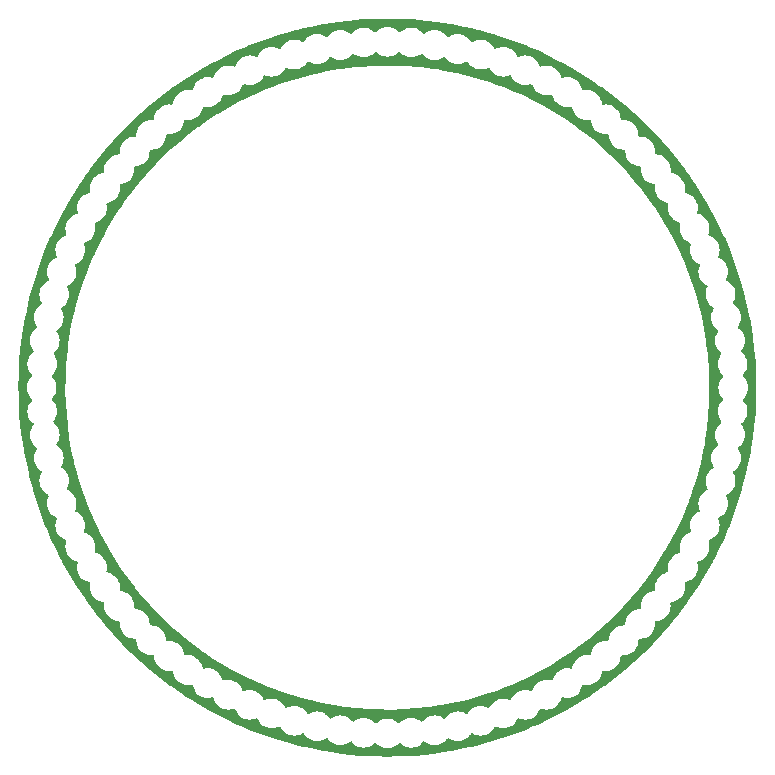
<source format=gbr>
%TF.GenerationSoftware,KiCad,Pcbnew,6.0.11-2627ca5db0~126~ubuntu20.04.1*%
%TF.CreationDate,2023-02-18T22:37:03+01:00*%
%TF.ProjectId,VSEncoderWheel,5653456e-636f-4646-9572-576865656c2e,rev?*%
%TF.SameCoordinates,Original*%
%TF.FileFunction,Copper,L1,Top*%
%TF.FilePolarity,Positive*%
%FSLAX46Y46*%
G04 Gerber Fmt 4.6, Leading zero omitted, Abs format (unit mm)*
G04 Created by KiCad (PCBNEW 6.0.11-2627ca5db0~126~ubuntu20.04.1) date 2023-02-18 22:37:03*
%MOMM*%
%LPD*%
G01*
G04 APERTURE LIST*
G04 APERTURE END LIST*
%TA.AperFunction,NonConductor*%
G36*
X149078927Y-71589816D02*
G01*
X149123990Y-71618777D01*
X149187962Y-71682749D01*
X149192471Y-71685906D01*
X149192473Y-71685908D01*
X149239752Y-71719013D01*
X149368346Y-71809056D01*
X149567924Y-71902120D01*
X149780629Y-71959115D01*
X150000000Y-71978307D01*
X150219371Y-71959115D01*
X150432076Y-71902120D01*
X150631654Y-71809056D01*
X150760248Y-71719013D01*
X150807527Y-71685908D01*
X150807529Y-71685906D01*
X150812038Y-71682749D01*
X150876010Y-71618777D01*
X150938323Y-71584752D01*
X151009138Y-71589818D01*
X151054200Y-71618778D01*
X151186441Y-71751019D01*
X151190947Y-71754174D01*
X151190952Y-71754178D01*
X151264817Y-71805899D01*
X151366825Y-71877326D01*
X151566403Y-71970390D01*
X151779108Y-72027385D01*
X151998479Y-72046577D01*
X152217850Y-72027385D01*
X152430555Y-71970390D01*
X152630133Y-71877326D01*
X152732141Y-71805899D01*
X152806012Y-71754174D01*
X152806016Y-71754171D01*
X152810517Y-71751019D01*
X152814408Y-71747128D01*
X152815273Y-71746402D01*
X152880312Y-71717935D01*
X152950417Y-71729150D01*
X152999480Y-71770650D01*
X153019891Y-71799800D01*
X153175602Y-71955511D01*
X153180111Y-71958668D01*
X153180113Y-71958670D01*
X153207718Y-71977999D01*
X153355986Y-72081818D01*
X153555564Y-72174882D01*
X153768269Y-72231877D01*
X153987640Y-72251069D01*
X154207011Y-72231877D01*
X154419716Y-72174882D01*
X154619294Y-72081818D01*
X154738007Y-71998694D01*
X154805280Y-71976006D01*
X154874140Y-71993291D01*
X154913490Y-72029636D01*
X154951657Y-72084143D01*
X154990460Y-72139560D01*
X155146171Y-72295271D01*
X155150680Y-72298428D01*
X155150682Y-72298430D01*
X155192097Y-72327429D01*
X155326555Y-72421578D01*
X155526133Y-72514642D01*
X155738838Y-72571637D01*
X155958209Y-72590829D01*
X156177580Y-72571637D01*
X156390285Y-72514642D01*
X156589863Y-72421578D01*
X156594372Y-72418421D01*
X156594377Y-72418418D01*
X156627666Y-72395109D01*
X156694940Y-72372421D01*
X156763800Y-72389706D01*
X156806608Y-72432854D01*
X156806942Y-72432620D01*
X156933249Y-72613005D01*
X157088960Y-72768716D01*
X157269344Y-72895023D01*
X157468922Y-72988087D01*
X157681627Y-73045082D01*
X157900998Y-73064274D01*
X158120369Y-73045082D01*
X158333074Y-72988087D01*
X158511919Y-72904691D01*
X158582110Y-72894030D01*
X158646923Y-72923010D01*
X158679363Y-72965636D01*
X158710567Y-73032554D01*
X158710570Y-73032559D01*
X158712893Y-73037541D01*
X158716049Y-73042048D01*
X158716050Y-73042050D01*
X158814287Y-73182346D01*
X158839200Y-73217926D01*
X158994911Y-73373637D01*
X159175295Y-73499944D01*
X159374873Y-73593008D01*
X159587578Y-73650003D01*
X159806949Y-73669195D01*
X160026320Y-73650003D01*
X160239025Y-73593008D01*
X160244007Y-73590685D01*
X160244015Y-73590682D01*
X160331033Y-73550105D01*
X160401224Y-73539444D01*
X160466037Y-73568424D01*
X160498477Y-73611050D01*
X160570793Y-73766133D01*
X160570796Y-73766138D01*
X160573119Y-73771120D01*
X160576275Y-73775627D01*
X160576276Y-73775629D01*
X160692369Y-73941426D01*
X160699426Y-73951505D01*
X160855137Y-74107216D01*
X161035521Y-74233523D01*
X161235099Y-74326587D01*
X161447804Y-74383582D01*
X161667175Y-74402774D01*
X161886546Y-74383582D01*
X162099251Y-74326587D01*
X162104236Y-74324262D01*
X162104240Y-74324261D01*
X162104343Y-74324213D01*
X162104393Y-74324205D01*
X162109405Y-74322381D01*
X162109772Y-74323388D01*
X162174534Y-74313550D01*
X162239348Y-74342528D01*
X162279303Y-74405797D01*
X162284459Y-74425042D01*
X162284462Y-74425051D01*
X162285884Y-74430357D01*
X162288207Y-74435338D01*
X162288207Y-74435339D01*
X162376622Y-74624947D01*
X162376625Y-74624952D01*
X162378948Y-74629934D01*
X162382104Y-74634441D01*
X162382105Y-74634443D01*
X162467599Y-74756540D01*
X162505255Y-74810319D01*
X162660966Y-74966030D01*
X162665475Y-74969187D01*
X162665477Y-74969189D01*
X162686825Y-74984137D01*
X162841350Y-75092337D01*
X163040928Y-75185401D01*
X163253633Y-75242396D01*
X163473004Y-75261588D01*
X163692375Y-75242396D01*
X163697687Y-75240972D01*
X163697696Y-75240971D01*
X163842642Y-75202132D01*
X163913618Y-75203821D01*
X163972415Y-75243614D01*
X163996960Y-75291226D01*
X164027468Y-75405081D01*
X164027472Y-75405091D01*
X164028895Y-75410403D01*
X164072430Y-75503765D01*
X164119633Y-75604993D01*
X164119636Y-75604998D01*
X164121959Y-75609980D01*
X164125115Y-75614487D01*
X164125116Y-75614489D01*
X164190623Y-75708042D01*
X164248266Y-75790365D01*
X164403977Y-75946076D01*
X164584361Y-76072383D01*
X164783939Y-76165447D01*
X164996644Y-76222442D01*
X165216015Y-76241634D01*
X165435386Y-76222442D01*
X165490298Y-76207728D01*
X165561273Y-76209418D01*
X165620069Y-76249212D01*
X165644614Y-76296823D01*
X165699536Y-76501790D01*
X165699540Y-76501800D01*
X165700963Y-76507112D01*
X165703288Y-76512097D01*
X165791701Y-76701702D01*
X165791704Y-76701707D01*
X165794027Y-76706689D01*
X165797183Y-76711196D01*
X165797184Y-76711198D01*
X165891737Y-76846233D01*
X165920334Y-76887074D01*
X166076045Y-77042785D01*
X166080554Y-77045942D01*
X166080556Y-77045944D01*
X166100883Y-77060177D01*
X166256429Y-77169092D01*
X166456007Y-77262156D01*
X166668712Y-77319151D01*
X166888083Y-77338343D01*
X167094856Y-77320253D01*
X167164459Y-77334242D01*
X167215452Y-77383642D01*
X167231357Y-77434792D01*
X167237295Y-77502665D01*
X167294290Y-77715370D01*
X167329063Y-77789941D01*
X167385028Y-77909960D01*
X167385031Y-77909965D01*
X167387354Y-77914947D01*
X167390510Y-77919454D01*
X167390511Y-77919456D01*
X167476352Y-78042049D01*
X167513661Y-78095332D01*
X167669372Y-78251043D01*
X167849756Y-78377350D01*
X168049334Y-78470414D01*
X168262039Y-78527409D01*
X168481410Y-78546601D01*
X168593472Y-78536797D01*
X168663076Y-78550786D01*
X168714069Y-78600186D01*
X168729974Y-78651336D01*
X168744453Y-78816839D01*
X168801448Y-79029544D01*
X168803773Y-79034529D01*
X168892186Y-79224134D01*
X168892189Y-79224139D01*
X168894512Y-79229121D01*
X169020819Y-79409506D01*
X169176530Y-79565217D01*
X169181039Y-79568374D01*
X169181041Y-79568376D01*
X169196721Y-79579355D01*
X169356914Y-79691524D01*
X169556492Y-79784588D01*
X169769197Y-79841583D01*
X169988568Y-79860775D01*
X169994043Y-79860296D01*
X170004079Y-79859418D01*
X170073683Y-79873407D01*
X170124676Y-79922807D01*
X170140581Y-79995920D01*
X170139224Y-80011431D01*
X170158416Y-80230802D01*
X170215411Y-80443507D01*
X170217736Y-80448492D01*
X170306149Y-80638097D01*
X170306152Y-80638102D01*
X170308475Y-80643084D01*
X170311631Y-80647591D01*
X170311632Y-80647593D01*
X170356074Y-80711062D01*
X170434782Y-80823469D01*
X170590493Y-80979180D01*
X170595002Y-80982337D01*
X170595004Y-80982339D01*
X170669772Y-81034692D01*
X170770877Y-81105487D01*
X170970455Y-81198551D01*
X171183160Y-81255546D01*
X171348663Y-81270025D01*
X171414781Y-81295888D01*
X171456420Y-81353392D01*
X171463202Y-81406527D01*
X171453398Y-81518589D01*
X171472590Y-81737960D01*
X171529585Y-81950665D01*
X171562391Y-82021017D01*
X171620323Y-82145255D01*
X171620326Y-82145260D01*
X171622649Y-82150242D01*
X171625805Y-82154749D01*
X171625806Y-82154751D01*
X171724697Y-82295981D01*
X171748956Y-82330627D01*
X171904667Y-82486338D01*
X172085051Y-82612645D01*
X172284629Y-82705709D01*
X172497334Y-82762704D01*
X172524632Y-82765092D01*
X172565207Y-82768642D01*
X172631325Y-82794505D01*
X172672964Y-82852009D01*
X172679746Y-82905143D01*
X172661656Y-83111916D01*
X172680848Y-83331287D01*
X172737843Y-83543992D01*
X172740168Y-83548977D01*
X172828581Y-83738582D01*
X172828584Y-83738587D01*
X172830907Y-83743569D01*
X172957214Y-83923954D01*
X173112925Y-84079665D01*
X173117434Y-84082822D01*
X173117436Y-84082824D01*
X173129931Y-84091573D01*
X173293309Y-84205972D01*
X173492887Y-84299036D01*
X173498199Y-84300459D01*
X173498209Y-84300463D01*
X173703176Y-84355385D01*
X173763798Y-84392336D01*
X173794820Y-84456197D01*
X173792271Y-84509700D01*
X173777557Y-84564613D01*
X173758365Y-84783984D01*
X173777557Y-85003355D01*
X173834552Y-85216060D01*
X173860166Y-85270989D01*
X173925290Y-85410650D01*
X173925293Y-85410655D01*
X173927616Y-85415637D01*
X173930772Y-85420144D01*
X173930773Y-85420146D01*
X173941942Y-85436096D01*
X174053923Y-85596022D01*
X174209634Y-85751733D01*
X174214143Y-85754890D01*
X174214145Y-85754892D01*
X174288913Y-85807245D01*
X174390018Y-85878040D01*
X174589596Y-85971104D01*
X174594908Y-85972527D01*
X174594918Y-85972531D01*
X174708773Y-86003039D01*
X174769395Y-86039990D01*
X174800417Y-86103851D01*
X174797867Y-86157357D01*
X174759028Y-86302303D01*
X174759027Y-86302312D01*
X174757603Y-86307624D01*
X174738411Y-86526995D01*
X174757603Y-86746366D01*
X174814598Y-86959071D01*
X174816994Y-86964209D01*
X174905336Y-87153661D01*
X174905339Y-87153666D01*
X174907662Y-87158648D01*
X174910818Y-87163155D01*
X174910819Y-87163157D01*
X175003109Y-87294960D01*
X175033969Y-87339033D01*
X175189680Y-87494744D01*
X175194189Y-87497901D01*
X175194191Y-87497903D01*
X175233314Y-87525297D01*
X175370064Y-87621051D01*
X175508322Y-87685521D01*
X175532214Y-87696662D01*
X175569642Y-87714115D01*
X175594206Y-87720697D01*
X175654828Y-87757649D01*
X175685849Y-87821510D01*
X175676527Y-87890197D01*
X175677618Y-87890594D01*
X175675792Y-87895610D01*
X175675786Y-87895656D01*
X175673412Y-87900748D01*
X175616417Y-88113453D01*
X175597225Y-88332824D01*
X175616417Y-88552195D01*
X175673412Y-88764900D01*
X175675737Y-88769885D01*
X175764150Y-88959490D01*
X175764153Y-88959495D01*
X175766476Y-88964477D01*
X175769632Y-88968984D01*
X175769633Y-88968986D01*
X175795502Y-89005930D01*
X175892783Y-89144862D01*
X176048494Y-89300573D01*
X176053003Y-89303730D01*
X176053005Y-89303732D01*
X176071747Y-89316855D01*
X176228878Y-89426880D01*
X176233860Y-89429203D01*
X176233865Y-89429206D01*
X176388949Y-89501522D01*
X176442234Y-89548439D01*
X176461695Y-89616716D01*
X176449894Y-89668966D01*
X176409317Y-89755984D01*
X176409314Y-89755992D01*
X176406991Y-89760974D01*
X176349996Y-89973679D01*
X176330804Y-90193050D01*
X176349996Y-90412421D01*
X176406991Y-90625126D01*
X176409316Y-90630111D01*
X176497729Y-90819716D01*
X176497732Y-90819721D01*
X176500055Y-90824703D01*
X176503211Y-90829210D01*
X176503212Y-90829212D01*
X176561098Y-90911881D01*
X176626362Y-91005088D01*
X176782073Y-91160799D01*
X176786582Y-91163956D01*
X176786584Y-91163958D01*
X176861352Y-91216311D01*
X176962457Y-91287106D01*
X176967442Y-91289430D01*
X176967448Y-91289434D01*
X177034362Y-91320636D01*
X177087648Y-91367553D01*
X177107109Y-91435830D01*
X177095308Y-91488081D01*
X177011912Y-91666925D01*
X176954917Y-91879630D01*
X176935725Y-92099001D01*
X176954917Y-92318372D01*
X177011912Y-92531077D01*
X177014237Y-92536062D01*
X177102650Y-92725667D01*
X177102653Y-92725672D01*
X177104976Y-92730654D01*
X177108132Y-92735161D01*
X177108133Y-92735163D01*
X177222476Y-92898461D01*
X177231283Y-92911039D01*
X177386994Y-93066750D01*
X177391503Y-93069907D01*
X177391505Y-93069909D01*
X177562869Y-93189900D01*
X177565319Y-93191615D01*
X177567378Y-93193057D01*
X177567088Y-93193471D01*
X177613673Y-93242330D01*
X177627107Y-93312044D01*
X177604892Y-93372332D01*
X177578421Y-93410137D01*
X177576100Y-93415115D01*
X177576098Y-93415118D01*
X177539413Y-93493791D01*
X177485357Y-93609714D01*
X177428362Y-93822419D01*
X177409170Y-94041790D01*
X177428362Y-94261161D01*
X177485357Y-94473866D01*
X177487682Y-94478851D01*
X177576095Y-94668456D01*
X177576098Y-94668461D01*
X177578421Y-94673443D01*
X177581577Y-94677950D01*
X177581578Y-94677952D01*
X177661545Y-94792156D01*
X177704728Y-94853828D01*
X177860439Y-95009539D01*
X177864948Y-95012696D01*
X177864950Y-95012698D01*
X177970363Y-95086509D01*
X178014691Y-95141966D01*
X178022000Y-95212586D01*
X178001305Y-95261992D01*
X177918181Y-95380706D01*
X177915858Y-95385688D01*
X177915855Y-95385693D01*
X177868652Y-95486921D01*
X177825117Y-95580283D01*
X177768122Y-95792988D01*
X177748930Y-96012359D01*
X177768122Y-96231730D01*
X177825117Y-96444435D01*
X177827442Y-96449420D01*
X177915855Y-96639025D01*
X177915858Y-96639030D01*
X177918181Y-96644012D01*
X177921337Y-96648519D01*
X177921338Y-96648521D01*
X177982982Y-96736557D01*
X178044488Y-96824397D01*
X178200199Y-96980108D01*
X178204708Y-96983265D01*
X178204710Y-96983267D01*
X178229349Y-97000519D01*
X178273677Y-97055976D01*
X178280986Y-97126595D01*
X178253597Y-97184726D01*
X178252872Y-97185590D01*
X178248980Y-97189482D01*
X178122673Y-97369867D01*
X178120350Y-97374849D01*
X178120347Y-97374854D01*
X178073144Y-97476082D01*
X178029609Y-97569444D01*
X177972614Y-97782149D01*
X177953422Y-98001520D01*
X177972614Y-98220891D01*
X178029609Y-98433596D01*
X178031934Y-98438581D01*
X178120347Y-98628186D01*
X178120350Y-98628191D01*
X178122673Y-98633173D01*
X178248980Y-98813558D01*
X178381223Y-98945801D01*
X178415249Y-99008113D01*
X178410184Y-99078928D01*
X178381227Y-99123986D01*
X178317251Y-99187962D01*
X178190944Y-99368347D01*
X178188621Y-99373329D01*
X178188618Y-99373334D01*
X178141415Y-99474562D01*
X178097880Y-99567924D01*
X178040885Y-99780629D01*
X178021693Y-100000000D01*
X178040885Y-100219371D01*
X178097880Y-100432076D01*
X178100205Y-100437061D01*
X178188618Y-100626666D01*
X178188621Y-100626671D01*
X178190944Y-100631653D01*
X178317251Y-100812038D01*
X178381222Y-100876009D01*
X178415248Y-100938321D01*
X178410183Y-101009136D01*
X178381222Y-101054199D01*
X178248980Y-101186441D01*
X178122673Y-101366826D01*
X178120350Y-101371808D01*
X178120347Y-101371813D01*
X178095223Y-101425692D01*
X178029609Y-101566403D01*
X177972614Y-101779108D01*
X177953422Y-101998479D01*
X177972614Y-102217850D01*
X178029609Y-102430555D01*
X178031934Y-102435540D01*
X178120347Y-102625145D01*
X178120350Y-102625150D01*
X178122673Y-102630132D01*
X178248980Y-102810517D01*
X178252872Y-102814409D01*
X178253597Y-102815273D01*
X178282064Y-102880312D01*
X178270849Y-102950417D01*
X178229349Y-102999480D01*
X178200199Y-103019891D01*
X178044488Y-103175602D01*
X178041334Y-103180107D01*
X178041329Y-103180113D01*
X177974643Y-103275351D01*
X177918181Y-103355987D01*
X177915858Y-103360969D01*
X177915855Y-103360974D01*
X177889197Y-103418143D01*
X177825117Y-103555564D01*
X177768122Y-103768269D01*
X177748930Y-103987640D01*
X177768122Y-104207011D01*
X177825117Y-104419716D01*
X177827442Y-104424701D01*
X177915855Y-104614306D01*
X177915858Y-104614311D01*
X177918181Y-104619293D01*
X177937560Y-104646969D01*
X178001305Y-104738006D01*
X178023993Y-104805280D01*
X178006708Y-104874141D01*
X177970363Y-104913490D01*
X177864950Y-104987301D01*
X177864947Y-104987303D01*
X177860439Y-104990460D01*
X177704728Y-105146171D01*
X177701571Y-105150679D01*
X177701569Y-105150682D01*
X177581578Y-105322047D01*
X177581577Y-105322049D01*
X177578421Y-105326556D01*
X177576098Y-105331538D01*
X177576095Y-105331543D01*
X177549906Y-105387707D01*
X177485357Y-105526133D01*
X177428362Y-105738838D01*
X177409170Y-105958209D01*
X177428362Y-106177580D01*
X177485357Y-106390285D01*
X177487682Y-106395270D01*
X177576096Y-106584875D01*
X177578421Y-106589862D01*
X177599965Y-106620630D01*
X177604892Y-106627667D01*
X177627579Y-106694941D01*
X177610293Y-106763801D01*
X177567145Y-106806608D01*
X177567379Y-106806942D01*
X177452107Y-106887656D01*
X177391505Y-106930090D01*
X177391502Y-106930092D01*
X177386994Y-106933249D01*
X177231283Y-107088960D01*
X177228126Y-107093468D01*
X177228124Y-107093471D01*
X177216845Y-107109579D01*
X177104976Y-107269345D01*
X177102653Y-107274326D01*
X177102650Y-107274332D01*
X177055447Y-107375560D01*
X177011912Y-107468922D01*
X176954917Y-107681627D01*
X176935725Y-107900998D01*
X176954917Y-108120369D01*
X177011912Y-108333074D01*
X177014237Y-108338059D01*
X177095308Y-108511918D01*
X177105969Y-108582110D01*
X177076989Y-108646923D01*
X177034363Y-108679363D01*
X176967445Y-108710567D01*
X176967440Y-108710570D01*
X176962458Y-108712893D01*
X176957951Y-108716049D01*
X176957949Y-108716050D01*
X176786584Y-108836041D01*
X176786581Y-108836043D01*
X176782073Y-108839200D01*
X176626362Y-108994911D01*
X176623205Y-108999419D01*
X176623203Y-108999422D01*
X176522124Y-109143778D01*
X176500055Y-109175296D01*
X176497732Y-109180278D01*
X176497729Y-109180283D01*
X176450526Y-109281511D01*
X176406991Y-109374873D01*
X176349996Y-109587578D01*
X176330804Y-109806949D01*
X176349996Y-110026320D01*
X176406991Y-110239025D01*
X176409314Y-110244007D01*
X176409317Y-110244015D01*
X176449894Y-110331033D01*
X176460555Y-110401224D01*
X176431575Y-110466037D01*
X176388949Y-110498477D01*
X176233866Y-110570793D01*
X176233861Y-110570796D01*
X176228879Y-110573119D01*
X176224372Y-110576275D01*
X176224370Y-110576276D01*
X176053005Y-110696267D01*
X176053002Y-110696269D01*
X176048494Y-110699426D01*
X175892783Y-110855137D01*
X175889626Y-110859645D01*
X175889624Y-110859648D01*
X175785686Y-111008087D01*
X175766476Y-111035522D01*
X175764153Y-111040504D01*
X175764150Y-111040509D01*
X175741024Y-111090104D01*
X175673412Y-111235099D01*
X175616417Y-111447804D01*
X175597225Y-111667175D01*
X175616417Y-111886546D01*
X175673412Y-112099251D01*
X175675737Y-112104236D01*
X175675738Y-112104240D01*
X175675786Y-112104343D01*
X175675794Y-112104393D01*
X175677618Y-112109405D01*
X175676611Y-112109772D01*
X175686449Y-112174534D01*
X175657471Y-112239348D01*
X175594206Y-112279302D01*
X175569642Y-112285884D01*
X175532214Y-112303337D01*
X175375052Y-112376622D01*
X175375047Y-112376625D01*
X175370065Y-112378948D01*
X175365558Y-112382104D01*
X175365556Y-112382105D01*
X175194191Y-112502096D01*
X175194188Y-112502098D01*
X175189680Y-112505255D01*
X175033969Y-112660966D01*
X175030812Y-112665474D01*
X175030810Y-112665477D01*
X174910819Y-112836842D01*
X174907662Y-112841351D01*
X174905339Y-112846333D01*
X174905336Y-112846338D01*
X174881326Y-112897829D01*
X174814598Y-113040928D01*
X174757603Y-113253633D01*
X174738411Y-113473004D01*
X174757603Y-113692375D01*
X174759026Y-113697685D01*
X174759028Y-113697696D01*
X174797867Y-113842642D01*
X174796178Y-113913618D01*
X174756385Y-113972415D01*
X174708773Y-113996960D01*
X174594918Y-114027468D01*
X174594908Y-114027472D01*
X174589596Y-114028895D01*
X174496234Y-114072430D01*
X174395006Y-114119633D01*
X174395001Y-114119636D01*
X174390019Y-114121959D01*
X174385512Y-114125115D01*
X174385510Y-114125116D01*
X174214145Y-114245107D01*
X174214142Y-114245109D01*
X174209634Y-114248266D01*
X174053923Y-114403977D01*
X174050766Y-114408485D01*
X174050764Y-114408488D01*
X173939731Y-114567060D01*
X173927616Y-114584362D01*
X173925293Y-114589344D01*
X173925290Y-114589349D01*
X173916353Y-114608515D01*
X173834552Y-114783939D01*
X173777557Y-114996644D01*
X173758365Y-115216015D01*
X173777557Y-115435386D01*
X173783487Y-115457515D01*
X173792271Y-115490297D01*
X173790581Y-115561273D01*
X173750787Y-115620069D01*
X173703176Y-115644614D01*
X173498209Y-115699536D01*
X173498199Y-115699540D01*
X173492887Y-115700963D01*
X173399525Y-115744498D01*
X173298297Y-115791701D01*
X173298292Y-115791704D01*
X173293310Y-115794027D01*
X173288803Y-115797183D01*
X173288801Y-115797184D01*
X173117436Y-115917175D01*
X173117433Y-115917177D01*
X173112925Y-115920334D01*
X172957214Y-116076045D01*
X172954057Y-116080553D01*
X172954055Y-116080556D01*
X172911548Y-116141263D01*
X172830907Y-116256430D01*
X172828584Y-116261412D01*
X172828581Y-116261417D01*
X172781378Y-116362645D01*
X172737843Y-116456007D01*
X172680848Y-116668712D01*
X172661656Y-116888083D01*
X172662135Y-116893558D01*
X172679746Y-117094855D01*
X172665757Y-117164459D01*
X172616357Y-117215452D01*
X172565207Y-117231357D01*
X172524632Y-117234907D01*
X172497334Y-117237295D01*
X172284629Y-117294290D01*
X172229153Y-117320159D01*
X172090039Y-117385028D01*
X172090034Y-117385031D01*
X172085052Y-117387354D01*
X172080545Y-117390510D01*
X172080543Y-117390511D01*
X171909178Y-117510502D01*
X171909175Y-117510504D01*
X171904667Y-117513661D01*
X171748956Y-117669372D01*
X171745799Y-117673880D01*
X171745797Y-117673883D01*
X171625806Y-117845248D01*
X171622649Y-117849757D01*
X171620326Y-117854739D01*
X171620323Y-117854744D01*
X171619816Y-117855832D01*
X171529585Y-118049334D01*
X171472590Y-118262039D01*
X171453398Y-118481410D01*
X171453877Y-118486885D01*
X171463202Y-118593472D01*
X171449213Y-118663076D01*
X171399813Y-118714069D01*
X171348663Y-118729974D01*
X171183160Y-118744453D01*
X170970455Y-118801448D01*
X170877093Y-118844983D01*
X170775865Y-118892186D01*
X170775860Y-118892189D01*
X170770878Y-118894512D01*
X170766371Y-118897668D01*
X170766369Y-118897669D01*
X170595004Y-119017660D01*
X170595001Y-119017662D01*
X170590493Y-119020819D01*
X170434782Y-119176530D01*
X170431625Y-119181038D01*
X170431623Y-119181041D01*
X170352915Y-119293448D01*
X170308475Y-119356915D01*
X170306152Y-119361897D01*
X170306149Y-119361902D01*
X170267278Y-119445262D01*
X170215411Y-119556492D01*
X170158416Y-119769197D01*
X170139224Y-119988568D01*
X170139703Y-119994043D01*
X170140581Y-120004079D01*
X170126592Y-120073683D01*
X170077192Y-120124676D01*
X170004079Y-120140581D01*
X169994043Y-120139703D01*
X169988568Y-120139224D01*
X169769197Y-120158416D01*
X169556492Y-120215411D01*
X169463130Y-120258946D01*
X169361902Y-120306149D01*
X169361897Y-120306152D01*
X169356915Y-120308475D01*
X169352408Y-120311631D01*
X169352406Y-120311632D01*
X169181041Y-120431623D01*
X169181038Y-120431625D01*
X169176530Y-120434782D01*
X169020819Y-120590493D01*
X169017662Y-120595001D01*
X169017660Y-120595004D01*
X168897669Y-120766369D01*
X168894512Y-120770878D01*
X168892189Y-120775860D01*
X168892186Y-120775865D01*
X168878832Y-120804503D01*
X168801448Y-120970455D01*
X168744453Y-121183160D01*
X168732708Y-121317416D01*
X168729974Y-121348662D01*
X168704111Y-121414781D01*
X168646607Y-121456420D01*
X168593472Y-121463202D01*
X168481410Y-121453398D01*
X168262039Y-121472590D01*
X168049334Y-121529585D01*
X167955972Y-121573120D01*
X167854744Y-121620323D01*
X167854739Y-121620326D01*
X167849757Y-121622649D01*
X167845250Y-121625805D01*
X167845248Y-121625806D01*
X167673883Y-121745797D01*
X167673880Y-121745799D01*
X167669372Y-121748956D01*
X167513661Y-121904667D01*
X167387354Y-122085052D01*
X167385031Y-122090034D01*
X167385028Y-122090039D01*
X167337825Y-122191267D01*
X167294290Y-122284629D01*
X167237295Y-122497334D01*
X167236816Y-122502810D01*
X167231357Y-122565207D01*
X167205494Y-122631325D01*
X167147990Y-122672964D01*
X167094856Y-122679746D01*
X166888083Y-122661656D01*
X166668712Y-122680848D01*
X166456007Y-122737843D01*
X166385815Y-122770574D01*
X166261417Y-122828581D01*
X166261412Y-122828584D01*
X166256430Y-122830907D01*
X166251923Y-122834063D01*
X166251921Y-122834064D01*
X166080556Y-122954055D01*
X166080553Y-122954057D01*
X166076045Y-122957214D01*
X165920334Y-123112925D01*
X165917177Y-123117433D01*
X165917175Y-123117436D01*
X165846464Y-123218422D01*
X165794027Y-123293310D01*
X165791704Y-123298292D01*
X165791701Y-123298297D01*
X165770683Y-123343371D01*
X165700963Y-123492887D01*
X165699540Y-123498199D01*
X165699536Y-123498209D01*
X165644614Y-123703176D01*
X165607663Y-123763798D01*
X165543802Y-123794820D01*
X165490299Y-123792271D01*
X165435386Y-123777557D01*
X165216015Y-123758365D01*
X164996644Y-123777557D01*
X164783939Y-123834552D01*
X164690577Y-123878087D01*
X164589349Y-123925290D01*
X164589344Y-123925293D01*
X164584362Y-123927616D01*
X164579855Y-123930772D01*
X164579853Y-123930773D01*
X164408488Y-124050764D01*
X164408485Y-124050766D01*
X164403977Y-124053923D01*
X164248266Y-124209634D01*
X164245109Y-124214142D01*
X164245107Y-124214145D01*
X164145052Y-124357039D01*
X164121959Y-124390019D01*
X164119636Y-124395001D01*
X164119633Y-124395006D01*
X164078664Y-124482865D01*
X164028895Y-124589596D01*
X164027472Y-124594908D01*
X164027468Y-124594918D01*
X163996960Y-124708773D01*
X163960009Y-124769395D01*
X163896148Y-124800417D01*
X163842642Y-124797867D01*
X163697696Y-124759028D01*
X163697687Y-124759027D01*
X163692375Y-124757603D01*
X163473004Y-124738411D01*
X163253633Y-124757603D01*
X163040928Y-124814598D01*
X162968229Y-124848498D01*
X162846338Y-124905336D01*
X162846333Y-124905339D01*
X162841351Y-124907662D01*
X162836844Y-124910818D01*
X162836842Y-124910819D01*
X162665477Y-125030810D01*
X162665474Y-125030812D01*
X162660966Y-125033969D01*
X162505255Y-125189680D01*
X162502098Y-125194188D01*
X162502096Y-125194191D01*
X162430475Y-125296477D01*
X162378948Y-125370065D01*
X162376625Y-125375047D01*
X162376622Y-125375052D01*
X162325810Y-125484020D01*
X162285884Y-125569642D01*
X162284462Y-125574948D01*
X162284459Y-125574957D01*
X162279303Y-125594202D01*
X162242353Y-125654826D01*
X162178492Y-125685848D01*
X162109802Y-125676527D01*
X162109405Y-125677618D01*
X162104389Y-125675792D01*
X162104343Y-125675786D01*
X162104240Y-125675738D01*
X162104236Y-125675737D01*
X162099251Y-125673412D01*
X161886546Y-125616417D01*
X161667175Y-125597225D01*
X161447804Y-125616417D01*
X161235099Y-125673412D01*
X161141737Y-125716947D01*
X161040509Y-125764150D01*
X161040504Y-125764153D01*
X161035522Y-125766476D01*
X161031015Y-125769632D01*
X161031013Y-125769633D01*
X160859648Y-125889624D01*
X160859645Y-125889626D01*
X160855137Y-125892783D01*
X160699426Y-126048494D01*
X160696269Y-126053002D01*
X160696267Y-126053005D01*
X160577254Y-126222973D01*
X160573119Y-126228879D01*
X160570796Y-126233861D01*
X160570793Y-126233866D01*
X160498477Y-126388949D01*
X160451560Y-126442234D01*
X160383282Y-126461695D01*
X160331033Y-126449894D01*
X160244015Y-126409317D01*
X160244007Y-126409314D01*
X160239025Y-126406991D01*
X160026320Y-126349996D01*
X159806949Y-126330804D01*
X159587578Y-126349996D01*
X159374873Y-126406991D01*
X159317394Y-126433794D01*
X159180283Y-126497729D01*
X159180278Y-126497732D01*
X159175296Y-126500055D01*
X159170789Y-126503211D01*
X159170787Y-126503212D01*
X158999422Y-126623203D01*
X158999419Y-126623205D01*
X158994911Y-126626362D01*
X158839200Y-126782073D01*
X158836043Y-126786581D01*
X158836041Y-126786584D01*
X158718173Y-126954917D01*
X158712893Y-126962458D01*
X158710570Y-126967440D01*
X158710567Y-126967445D01*
X158679363Y-127034363D01*
X158632446Y-127087648D01*
X158564168Y-127107109D01*
X158511919Y-127095308D01*
X158333074Y-127011912D01*
X158120369Y-126954917D01*
X157900998Y-126935725D01*
X157681627Y-126954917D01*
X157468922Y-127011912D01*
X157420776Y-127034363D01*
X157274332Y-127102650D01*
X157274327Y-127102653D01*
X157269345Y-127104976D01*
X157264838Y-127108132D01*
X157264836Y-127108133D01*
X157093471Y-127228124D01*
X157093468Y-127228126D01*
X157088960Y-127231283D01*
X156933249Y-127386994D01*
X156806942Y-127567379D01*
X156806528Y-127567089D01*
X156757668Y-127613673D01*
X156687953Y-127627106D01*
X156627666Y-127604890D01*
X156594377Y-127581581D01*
X156594367Y-127581575D01*
X156589863Y-127578421D01*
X156390285Y-127485357D01*
X156177580Y-127428362D01*
X155958209Y-127409170D01*
X155738838Y-127428362D01*
X155526133Y-127485357D01*
X155432771Y-127528892D01*
X155331543Y-127576095D01*
X155331538Y-127576098D01*
X155326556Y-127578421D01*
X155322052Y-127581575D01*
X155322047Y-127581578D01*
X155150682Y-127701569D01*
X155150679Y-127701571D01*
X155146171Y-127704728D01*
X154990460Y-127860439D01*
X154987303Y-127864947D01*
X154987301Y-127864950D01*
X154913490Y-127970363D01*
X154858033Y-128014691D01*
X154787413Y-128022000D01*
X154738008Y-128001306D01*
X154619294Y-127918181D01*
X154419716Y-127825117D01*
X154207011Y-127768122D01*
X153987640Y-127748930D01*
X153768269Y-127768122D01*
X153555564Y-127825117D01*
X153470142Y-127864950D01*
X153360974Y-127915855D01*
X153360969Y-127915858D01*
X153355987Y-127918181D01*
X153351480Y-127921337D01*
X153351478Y-127921338D01*
X153180113Y-128041329D01*
X153180110Y-128041331D01*
X153175602Y-128044488D01*
X153019891Y-128200199D01*
X153016734Y-128204708D01*
X153016732Y-128204710D01*
X152999480Y-128229349D01*
X152944023Y-128273677D01*
X152873404Y-128280986D01*
X152815273Y-128253597D01*
X152814408Y-128252871D01*
X152810517Y-128248980D01*
X152806013Y-128245826D01*
X152806012Y-128245825D01*
X152711628Y-128179737D01*
X152630133Y-128122673D01*
X152430555Y-128029609D01*
X152217850Y-127972614D01*
X151998479Y-127953422D01*
X151779108Y-127972614D01*
X151566403Y-128029609D01*
X151534495Y-128044488D01*
X151371813Y-128120347D01*
X151371808Y-128120350D01*
X151366826Y-128122673D01*
X151362319Y-128125829D01*
X151362317Y-128125830D01*
X151190952Y-128245821D01*
X151190949Y-128245823D01*
X151186441Y-128248980D01*
X151054199Y-128381222D01*
X150991887Y-128415248D01*
X150921072Y-128410183D01*
X150876009Y-128381222D01*
X150812038Y-128317251D01*
X150745770Y-128270849D01*
X150687821Y-128230273D01*
X150631654Y-128190944D01*
X150432076Y-128097880D01*
X150219371Y-128040885D01*
X150000000Y-128021693D01*
X149780629Y-128040885D01*
X149567924Y-128097880D01*
X149513282Y-128123360D01*
X149373334Y-128188618D01*
X149373329Y-128188621D01*
X149368347Y-128190944D01*
X149363840Y-128194100D01*
X149363838Y-128194101D01*
X149192473Y-128314092D01*
X149192470Y-128314094D01*
X149187962Y-128317251D01*
X149123988Y-128381225D01*
X149061680Y-128415248D01*
X148990864Y-128410184D01*
X148945801Y-128381223D01*
X148813558Y-128248980D01*
X148785523Y-128229349D01*
X148734279Y-128193468D01*
X148633174Y-128122673D01*
X148433596Y-128029609D01*
X148220891Y-127972614D01*
X148001520Y-127953422D01*
X147782149Y-127972614D01*
X147569444Y-128029609D01*
X147537536Y-128044488D01*
X147374854Y-128120347D01*
X147374849Y-128120350D01*
X147369867Y-128122673D01*
X147189482Y-128248980D01*
X147185590Y-128252872D01*
X147184726Y-128253597D01*
X147119687Y-128282064D01*
X147049582Y-128270849D01*
X147000519Y-128229349D01*
X146983267Y-128204710D01*
X146983265Y-128204708D01*
X146980108Y-128200199D01*
X146824397Y-128044488D01*
X146819252Y-128040885D01*
X146718536Y-127970363D01*
X146644013Y-127918181D01*
X146444435Y-127825117D01*
X146231730Y-127768122D01*
X146012359Y-127748930D01*
X145792988Y-127768122D01*
X145580283Y-127825117D01*
X145494861Y-127864950D01*
X145385693Y-127915855D01*
X145385688Y-127915858D01*
X145380706Y-127918181D01*
X145273928Y-127992948D01*
X145261993Y-128001305D01*
X145194719Y-128023993D01*
X145125858Y-128006708D01*
X145086509Y-127970363D01*
X145012698Y-127864950D01*
X145012696Y-127864947D01*
X145009539Y-127860439D01*
X144853828Y-127704728D01*
X144827838Y-127686529D01*
X144742973Y-127627106D01*
X144673444Y-127578421D01*
X144473866Y-127485357D01*
X144261161Y-127428362D01*
X144041790Y-127409170D01*
X143822419Y-127428362D01*
X143609714Y-127485357D01*
X143493791Y-127539413D01*
X143415118Y-127576098D01*
X143415115Y-127576100D01*
X143410137Y-127578421D01*
X143379369Y-127599965D01*
X143372332Y-127604892D01*
X143305058Y-127627579D01*
X143236198Y-127610293D01*
X143193391Y-127567145D01*
X143193057Y-127567379D01*
X143191698Y-127565438D01*
X143066750Y-127386994D01*
X142911039Y-127231283D01*
X142903749Y-127226178D01*
X142802907Y-127155568D01*
X142730655Y-127104976D01*
X142531077Y-127011912D01*
X142318372Y-126954917D01*
X142099001Y-126935725D01*
X141879630Y-126954917D01*
X141666925Y-127011912D01*
X141513084Y-127083649D01*
X141488081Y-127095308D01*
X141417889Y-127105969D01*
X141353076Y-127076989D01*
X141320636Y-127034363D01*
X141289432Y-126967445D01*
X141289429Y-126967440D01*
X141287106Y-126962458D01*
X141281826Y-126954917D01*
X141163958Y-126786584D01*
X141163956Y-126786581D01*
X141160799Y-126782073D01*
X141005088Y-126626362D01*
X140824704Y-126500055D01*
X140625126Y-126406991D01*
X140412421Y-126349996D01*
X140193050Y-126330804D01*
X139973679Y-126349996D01*
X139760974Y-126406991D01*
X139755992Y-126409314D01*
X139755984Y-126409317D01*
X139668966Y-126449894D01*
X139598775Y-126460555D01*
X139533962Y-126431575D01*
X139501522Y-126388949D01*
X139429206Y-126233866D01*
X139429203Y-126233861D01*
X139426880Y-126228879D01*
X139422745Y-126222973D01*
X139303732Y-126053005D01*
X139303730Y-126053002D01*
X139300573Y-126048494D01*
X139144862Y-125892783D01*
X139139650Y-125889133D01*
X139065583Y-125837271D01*
X138964478Y-125766476D01*
X138764900Y-125673412D01*
X138552195Y-125616417D01*
X138332824Y-125597225D01*
X138113453Y-125616417D01*
X137900748Y-125673412D01*
X137895763Y-125675737D01*
X137895759Y-125675738D01*
X137895656Y-125675786D01*
X137895606Y-125675794D01*
X137890594Y-125677618D01*
X137890227Y-125676611D01*
X137825465Y-125686449D01*
X137760651Y-125657471D01*
X137720697Y-125594206D01*
X137715537Y-125574950D01*
X137714115Y-125569642D01*
X137674189Y-125484020D01*
X137623377Y-125375052D01*
X137623374Y-125375047D01*
X137621051Y-125370065D01*
X137569524Y-125296477D01*
X137497903Y-125194191D01*
X137497901Y-125194188D01*
X137494744Y-125189680D01*
X137339033Y-125033969D01*
X137321472Y-125021672D01*
X137189485Y-124929254D01*
X137158649Y-124907662D01*
X136959071Y-124814598D01*
X136746366Y-124757603D01*
X136526995Y-124738411D01*
X136307624Y-124757603D01*
X136302312Y-124759027D01*
X136302303Y-124759028D01*
X136157357Y-124797867D01*
X136086381Y-124796178D01*
X136027584Y-124756385D01*
X136003039Y-124708773D01*
X135972531Y-124594918D01*
X135972527Y-124594908D01*
X135971104Y-124589596D01*
X135921335Y-124482865D01*
X135880366Y-124395006D01*
X135880363Y-124395001D01*
X135878040Y-124390019D01*
X135854947Y-124357039D01*
X135754892Y-124214145D01*
X135754890Y-124214142D01*
X135751733Y-124209634D01*
X135596022Y-124053923D01*
X135557370Y-124026858D01*
X135474317Y-123968704D01*
X135415638Y-123927616D01*
X135216060Y-123834552D01*
X135003355Y-123777557D01*
X134783984Y-123758365D01*
X134564613Y-123777557D01*
X134509701Y-123792271D01*
X134438726Y-123790581D01*
X134379930Y-123750787D01*
X134355385Y-123703176D01*
X134300463Y-123498209D01*
X134300459Y-123498199D01*
X134299036Y-123492887D01*
X134229316Y-123343371D01*
X134208298Y-123298297D01*
X134208295Y-123298292D01*
X134205972Y-123293310D01*
X134153535Y-123218422D01*
X134082824Y-123117436D01*
X134082822Y-123117433D01*
X134079665Y-123112925D01*
X133923954Y-122957214D01*
X133901350Y-122941386D01*
X133824351Y-122887471D01*
X133743570Y-122830907D01*
X133543992Y-122737843D01*
X133331287Y-122680848D01*
X133111916Y-122661656D01*
X132905143Y-122679746D01*
X132835540Y-122665757D01*
X132784547Y-122616357D01*
X132768642Y-122565207D01*
X132763183Y-122502810D01*
X132762704Y-122497334D01*
X132705709Y-122284629D01*
X132662174Y-122191267D01*
X132614971Y-122090039D01*
X132614968Y-122090034D01*
X132612645Y-122085052D01*
X132486338Y-121904667D01*
X132330627Y-121748956D01*
X132150243Y-121622649D01*
X131950665Y-121529585D01*
X131737960Y-121472590D01*
X131518589Y-121453398D01*
X131406527Y-121463202D01*
X131336923Y-121449213D01*
X131285930Y-121399813D01*
X131270025Y-121348662D01*
X131267292Y-121317416D01*
X131255546Y-121183160D01*
X131198551Y-120970455D01*
X131121167Y-120804503D01*
X131107813Y-120775865D01*
X131107810Y-120775860D01*
X131105487Y-120770878D01*
X131102330Y-120766369D01*
X130982339Y-120595004D01*
X130982337Y-120595001D01*
X130979180Y-120590493D01*
X130823469Y-120434782D01*
X130810398Y-120425629D01*
X130744190Y-120379270D01*
X130643085Y-120308475D01*
X130443507Y-120215411D01*
X130230802Y-120158416D01*
X130011431Y-120139224D01*
X129995920Y-120140581D01*
X129926316Y-120126592D01*
X129875323Y-120077192D01*
X129859418Y-120004079D01*
X129860296Y-119994043D01*
X129860775Y-119988568D01*
X129841583Y-119769197D01*
X129784588Y-119556492D01*
X129732721Y-119445262D01*
X129693850Y-119361902D01*
X129693847Y-119361897D01*
X129691524Y-119356915D01*
X129647084Y-119293448D01*
X129568376Y-119181041D01*
X129568374Y-119181038D01*
X129565217Y-119176530D01*
X129409506Y-119020819D01*
X129229122Y-118894512D01*
X129029544Y-118801448D01*
X128816839Y-118744453D01*
X128651336Y-118729974D01*
X128585218Y-118704111D01*
X128543579Y-118646607D01*
X128536797Y-118593472D01*
X128546122Y-118486885D01*
X128546601Y-118481410D01*
X128527409Y-118262039D01*
X128470414Y-118049334D01*
X128380183Y-117855832D01*
X128379676Y-117854744D01*
X128379673Y-117854739D01*
X128377350Y-117849757D01*
X128374193Y-117845248D01*
X128254202Y-117673883D01*
X128254200Y-117673880D01*
X128251043Y-117669372D01*
X128095332Y-117513661D01*
X127914948Y-117387354D01*
X127715370Y-117294290D01*
X127502665Y-117237295D01*
X127475367Y-117234907D01*
X127434792Y-117231357D01*
X127368674Y-117205494D01*
X127327035Y-117147990D01*
X127320253Y-117094855D01*
X127337864Y-116893558D01*
X127338343Y-116888083D01*
X127319151Y-116668712D01*
X127262156Y-116456007D01*
X127218621Y-116362645D01*
X127171418Y-116261417D01*
X127171415Y-116261412D01*
X127169092Y-116256430D01*
X127088451Y-116141263D01*
X127045944Y-116080556D01*
X127045942Y-116080553D01*
X127042785Y-116076045D01*
X126887074Y-115920334D01*
X126706690Y-115794027D01*
X126507112Y-115700963D01*
X126501800Y-115699540D01*
X126501790Y-115699536D01*
X126296823Y-115644614D01*
X126236201Y-115607663D01*
X126205179Y-115543802D01*
X126207728Y-115490297D01*
X126216512Y-115457515D01*
X126222442Y-115435386D01*
X126241634Y-115216015D01*
X126222442Y-114996644D01*
X126165447Y-114783939D01*
X126083646Y-114608515D01*
X126074709Y-114589349D01*
X126074706Y-114589344D01*
X126072383Y-114584362D01*
X126060268Y-114567060D01*
X125949235Y-114408488D01*
X125949233Y-114408485D01*
X125946076Y-114403977D01*
X125790365Y-114248266D01*
X125609981Y-114121959D01*
X125410403Y-114028895D01*
X125405091Y-114027472D01*
X125405081Y-114027468D01*
X125291226Y-113996960D01*
X125230604Y-113960009D01*
X125199582Y-113896148D01*
X125202132Y-113842642D01*
X125240971Y-113697696D01*
X125240973Y-113697685D01*
X125242396Y-113692375D01*
X125261588Y-113473004D01*
X125242396Y-113253633D01*
X125185401Y-113040928D01*
X125118673Y-112897829D01*
X125094663Y-112846338D01*
X125094660Y-112846333D01*
X125092337Y-112841351D01*
X125089180Y-112836842D01*
X124969189Y-112665477D01*
X124969187Y-112665474D01*
X124966030Y-112660966D01*
X124810319Y-112505255D01*
X124773128Y-112479213D01*
X124731040Y-112449743D01*
X124629935Y-112378948D01*
X124491677Y-112314478D01*
X124435337Y-112288206D01*
X124435335Y-112288205D01*
X124430357Y-112285884D01*
X124405793Y-112279302D01*
X124345171Y-112242350D01*
X124314150Y-112178489D01*
X124323472Y-112109802D01*
X124322381Y-112109405D01*
X124324207Y-112104389D01*
X124324213Y-112104343D01*
X124324261Y-112104240D01*
X124324262Y-112104236D01*
X124326587Y-112099251D01*
X124383582Y-111886546D01*
X124402774Y-111667175D01*
X124383582Y-111447804D01*
X124326587Y-111235099D01*
X124258975Y-111090104D01*
X124235849Y-111040509D01*
X124235846Y-111040504D01*
X124233523Y-111035522D01*
X124214313Y-111008087D01*
X124110375Y-110859648D01*
X124110373Y-110859645D01*
X124107216Y-110855137D01*
X123951505Y-110699426D01*
X123928254Y-110683145D01*
X123836627Y-110618987D01*
X123771121Y-110573119D01*
X123766139Y-110570796D01*
X123766134Y-110570793D01*
X123611050Y-110498477D01*
X123557765Y-110451560D01*
X123538304Y-110383283D01*
X123550105Y-110331033D01*
X123590682Y-110244015D01*
X123590685Y-110244007D01*
X123593008Y-110239025D01*
X123650003Y-110026320D01*
X123669195Y-109806949D01*
X123650003Y-109587578D01*
X123593008Y-109374873D01*
X123549473Y-109281511D01*
X123502270Y-109180283D01*
X123502267Y-109180278D01*
X123499944Y-109175296D01*
X123477875Y-109143778D01*
X123376796Y-108999422D01*
X123376794Y-108999419D01*
X123373637Y-108994911D01*
X123217926Y-108839200D01*
X123037542Y-108712893D01*
X123032554Y-108710567D01*
X123032551Y-108710565D01*
X122965637Y-108679363D01*
X122912351Y-108632446D01*
X122892890Y-108564169D01*
X122904691Y-108511918D01*
X122985762Y-108338059D01*
X122988087Y-108333074D01*
X123045082Y-108120369D01*
X123064274Y-107900998D01*
X123045082Y-107681627D01*
X122988087Y-107468922D01*
X122944552Y-107375560D01*
X122897349Y-107274332D01*
X122897346Y-107274326D01*
X122895023Y-107269345D01*
X122783154Y-107109579D01*
X122771875Y-107093471D01*
X122771873Y-107093468D01*
X122768716Y-107088960D01*
X122613005Y-106933249D01*
X122602593Y-106925958D01*
X122437130Y-106810099D01*
X122437128Y-106810098D01*
X122432621Y-106806942D01*
X122432911Y-106806528D01*
X122386326Y-106757669D01*
X122372892Y-106687955D01*
X122395107Y-106627667D01*
X122421578Y-106589862D01*
X122423904Y-106584875D01*
X122512317Y-106395270D01*
X122514642Y-106390285D01*
X122571637Y-106177580D01*
X122590829Y-105958209D01*
X122571637Y-105738838D01*
X122514642Y-105526133D01*
X122450093Y-105387707D01*
X122423904Y-105331543D01*
X122423901Y-105331538D01*
X122421578Y-105326556D01*
X122418422Y-105322049D01*
X122418421Y-105322047D01*
X122298430Y-105150682D01*
X122298428Y-105150679D01*
X122295271Y-105146171D01*
X122139560Y-104990460D01*
X122029636Y-104913490D01*
X121985308Y-104858033D01*
X121977999Y-104787413D01*
X121998694Y-104738006D01*
X122062439Y-104646969D01*
X122081818Y-104619293D01*
X122084141Y-104614311D01*
X122084144Y-104614306D01*
X122172557Y-104424701D01*
X122174882Y-104419716D01*
X122231877Y-104207011D01*
X122251069Y-103987640D01*
X122231877Y-103768269D01*
X122174882Y-103555564D01*
X122110802Y-103418143D01*
X122084144Y-103360974D01*
X122084141Y-103360969D01*
X122081818Y-103355987D01*
X122025356Y-103275351D01*
X121958670Y-103180113D01*
X121958665Y-103180107D01*
X121955511Y-103175602D01*
X121799800Y-103019891D01*
X121770650Y-102999480D01*
X121726322Y-102944023D01*
X121719013Y-102873404D01*
X121746402Y-102815273D01*
X121747127Y-102814409D01*
X121751019Y-102810517D01*
X121877326Y-102630132D01*
X121879649Y-102625150D01*
X121879652Y-102625145D01*
X121968065Y-102435540D01*
X121970390Y-102430555D01*
X122027385Y-102217850D01*
X122046577Y-101998479D01*
X122027385Y-101779108D01*
X121970390Y-101566403D01*
X121904776Y-101425692D01*
X121879652Y-101371813D01*
X121879649Y-101371808D01*
X121877326Y-101366826D01*
X121751019Y-101186441D01*
X121618777Y-101054199D01*
X121584752Y-100991888D01*
X121589817Y-100921073D01*
X121618777Y-100876010D01*
X121682749Y-100812038D01*
X121809056Y-100631653D01*
X121811379Y-100626671D01*
X121811382Y-100626666D01*
X121899795Y-100437061D01*
X121902120Y-100432076D01*
X121941396Y-100285498D01*
X122737993Y-100285498D01*
X122766764Y-101284287D01*
X122832115Y-102281351D01*
X122933958Y-103275351D01*
X122947519Y-103372457D01*
X123064066Y-104207011D01*
X123072157Y-104264951D01*
X123246525Y-105248823D01*
X123456830Y-106225644D01*
X123457117Y-106226772D01*
X123457120Y-106226787D01*
X123498643Y-106390285D01*
X123702787Y-107194103D01*
X123703100Y-107195169D01*
X123703100Y-107195170D01*
X123981016Y-108142498D01*
X123984067Y-108152899D01*
X123984418Y-108153952D01*
X124296380Y-109089017D01*
X124300292Y-109100744D01*
X124446055Y-109489571D01*
X124647272Y-110026320D01*
X124651037Y-110036364D01*
X124651474Y-110037412D01*
X124651485Y-110037439D01*
X124836182Y-110480055D01*
X125035831Y-110958504D01*
X125036304Y-110959530D01*
X125036311Y-110959546D01*
X125161045Y-111230114D01*
X125454157Y-111865924D01*
X125454675Y-111866948D01*
X125454686Y-111866970D01*
X125666035Y-112284462D01*
X125905454Y-112757405D01*
X126389115Y-113631751D01*
X126389711Y-113632741D01*
X126389722Y-113632760D01*
X126903896Y-114486800D01*
X126904490Y-114487786D01*
X127450887Y-115324361D01*
X127451550Y-115325299D01*
X128026910Y-116139415D01*
X128026931Y-116139443D01*
X128027573Y-116140352D01*
X128028261Y-116141254D01*
X128028268Y-116141263D01*
X128602401Y-116893558D01*
X128633772Y-116934664D01*
X128634467Y-116935509D01*
X128634480Y-116935525D01*
X129006278Y-117387354D01*
X129268670Y-117706228D01*
X129269442Y-117707099D01*
X129873793Y-118388992D01*
X129931416Y-118454009D01*
X130621117Y-119177003D01*
X131336849Y-119874238D01*
X131337698Y-119875006D01*
X131337706Y-119875014D01*
X131960434Y-120438679D01*
X132077649Y-120544777D01*
X132078513Y-120545503D01*
X132078523Y-120545512D01*
X132308222Y-120738594D01*
X132842522Y-121187720D01*
X132843448Y-121188442D01*
X133629549Y-121801508D01*
X133629564Y-121801519D01*
X133630442Y-121802204D01*
X133957740Y-122038693D01*
X134411259Y-122366383D01*
X134440350Y-122387403D01*
X134571755Y-122475205D01*
X135270209Y-122941898D01*
X135270226Y-122941909D01*
X135271157Y-122942531D01*
X135272102Y-122943113D01*
X135272123Y-122943127D01*
X135832912Y-123288801D01*
X136121748Y-123466842D01*
X136122719Y-123467392D01*
X136122730Y-123467399D01*
X136250391Y-123539773D01*
X136990981Y-123959632D01*
X137008445Y-123968704D01*
X137876671Y-124419711D01*
X137876683Y-124419717D01*
X137877688Y-124420239D01*
X138010956Y-124483377D01*
X138779627Y-124847548D01*
X138779647Y-124847557D01*
X138780677Y-124848045D01*
X138781723Y-124848495D01*
X138781731Y-124848498D01*
X139575853Y-125189680D01*
X139698737Y-125242475D01*
X140630633Y-125602998D01*
X140631700Y-125603366D01*
X140631707Y-125603369D01*
X141574031Y-125928757D01*
X141574046Y-125928762D01*
X141575115Y-125929131D01*
X141576205Y-125929463D01*
X141576229Y-125929471D01*
X141966755Y-126048494D01*
X142530912Y-126220436D01*
X142772531Y-126284500D01*
X143436527Y-126460555D01*
X143496743Y-126476521D01*
X143497847Y-126476771D01*
X143497860Y-126476774D01*
X144098935Y-126612783D01*
X144471308Y-126697043D01*
X145067974Y-126809245D01*
X145452177Y-126881494D01*
X145452186Y-126881496D01*
X145453300Y-126881705D01*
X146441399Y-127030259D01*
X146442541Y-127030388D01*
X146442563Y-127030391D01*
X147433091Y-127142372D01*
X147433102Y-127142373D01*
X147434278Y-127142506D01*
X147435435Y-127142594D01*
X147435456Y-127142596D01*
X148429441Y-127218206D01*
X148429462Y-127218207D01*
X148430603Y-127218294D01*
X148431737Y-127218339D01*
X148431762Y-127218340D01*
X149427905Y-127257479D01*
X149427929Y-127257479D01*
X149429036Y-127257523D01*
X149430157Y-127257526D01*
X149430160Y-127257526D01*
X149928636Y-127258831D01*
X150428236Y-127260139D01*
X151069312Y-127238312D01*
X151425692Y-127226178D01*
X151425703Y-127226177D01*
X151426861Y-127226138D01*
X151428023Y-127226056D01*
X151428037Y-127226055D01*
X152422433Y-127155649D01*
X152422460Y-127155647D01*
X152423570Y-127155568D01*
X153417023Y-127048521D01*
X153418122Y-127048362D01*
X153418143Y-127048359D01*
X154010590Y-126962458D01*
X154405886Y-126905143D01*
X154407007Y-126904938D01*
X154407027Y-126904935D01*
X155055052Y-126786584D01*
X155388831Y-126725625D01*
X156364538Y-126510209D01*
X157331696Y-126259185D01*
X157332805Y-126258853D01*
X157332817Y-126258850D01*
X158287860Y-125973231D01*
X158287874Y-125973227D01*
X158289006Y-125972888D01*
X158290127Y-125972507D01*
X158290141Y-125972503D01*
X159234051Y-125652089D01*
X159234055Y-125652088D01*
X159235182Y-125651705D01*
X159236273Y-125651289D01*
X159236291Y-125651283D01*
X159986499Y-125365556D01*
X160168953Y-125296066D01*
X160215949Y-125276166D01*
X160686364Y-125076970D01*
X161089065Y-124906448D01*
X161994282Y-124483377D01*
X162883389Y-124027418D01*
X162884365Y-124026871D01*
X162884390Y-124026858D01*
X163754142Y-123539773D01*
X163754146Y-123539771D01*
X163755190Y-123539186D01*
X164608515Y-123019336D01*
X165258931Y-122589651D01*
X165441230Y-122469219D01*
X165441241Y-122469211D01*
X165442218Y-122468566D01*
X166255178Y-121887616D01*
X167046304Y-121277266D01*
X167614740Y-120804503D01*
X167813641Y-120639079D01*
X167813650Y-120639071D01*
X167814534Y-120638336D01*
X168558835Y-119971685D01*
X169278207Y-119278207D01*
X169971685Y-118558835D01*
X170638336Y-117814534D01*
X170887665Y-117514749D01*
X171053920Y-117314848D01*
X171277266Y-117046304D01*
X171887616Y-116255178D01*
X172468566Y-115442218D01*
X172469572Y-115440696D01*
X172862197Y-114846377D01*
X173019336Y-114608515D01*
X173539186Y-113755190D01*
X173608890Y-113630724D01*
X174026858Y-112884390D01*
X174026871Y-112884365D01*
X174027418Y-112883389D01*
X174483377Y-111994282D01*
X174906448Y-111089065D01*
X175264281Y-110244015D01*
X175295611Y-110170028D01*
X175295615Y-110170019D01*
X175296066Y-110168953D01*
X175492134Y-109654154D01*
X175651283Y-109236291D01*
X175651289Y-109236273D01*
X175651705Y-109235182D01*
X175673564Y-109170787D01*
X175972503Y-108290141D01*
X175972507Y-108290127D01*
X175972888Y-108289006D01*
X176013910Y-108151840D01*
X176258850Y-107332817D01*
X176258853Y-107332805D01*
X176259185Y-107331696D01*
X176510209Y-106364538D01*
X176725625Y-105388831D01*
X176844487Y-104738006D01*
X176904935Y-104407027D01*
X176904938Y-104407007D01*
X176905143Y-104405886D01*
X176979186Y-103895222D01*
X177048359Y-103418143D01*
X177048362Y-103418122D01*
X177048521Y-103417023D01*
X177155568Y-102423570D01*
X177165557Y-102282502D01*
X177226055Y-101428037D01*
X177226056Y-101428023D01*
X177226138Y-101426861D01*
X177230993Y-101284287D01*
X177260112Y-100429030D01*
X177260112Y-100429027D01*
X177260139Y-100428236D01*
X177263502Y-100000000D01*
X177245192Y-99000964D01*
X177190285Y-98003270D01*
X177174433Y-97830754D01*
X177098962Y-97009409D01*
X177098961Y-97009396D01*
X177098856Y-97008258D01*
X177095633Y-96983267D01*
X176971174Y-96018396D01*
X176971173Y-96018390D01*
X176971028Y-96017265D01*
X176806972Y-95031621D01*
X176606909Y-94052651D01*
X176604272Y-94041790D01*
X176427052Y-93312044D01*
X176371106Y-93081670D01*
X176099882Y-92119981D01*
X175793600Y-91168877D01*
X175793219Y-91167827D01*
X175453070Y-90230730D01*
X175453060Y-90230705D01*
X175452672Y-90229635D01*
X175077555Y-89303516D01*
X174668754Y-88391765D01*
X174642388Y-88338299D01*
X174227325Y-87496635D01*
X174227324Y-87496633D01*
X174226818Y-87495607D01*
X173752339Y-86616245D01*
X173442937Y-86089934D01*
X173246555Y-85755876D01*
X173246552Y-85755871D01*
X173245957Y-85754859D01*
X172708350Y-84912608D01*
X172707688Y-84911650D01*
X172140898Y-84091573D01*
X172140887Y-84091558D01*
X172140241Y-84090623D01*
X171542393Y-83290007D01*
X171541674Y-83289114D01*
X171541659Y-83289095D01*
X171204430Y-82870416D01*
X170915609Y-82511837D01*
X170260730Y-81757156D01*
X170247759Y-81743270D01*
X169579418Y-81027815D01*
X169578638Y-81026980D01*
X168870247Y-80322289D01*
X168730488Y-80193097D01*
X168137334Y-79644790D01*
X168137316Y-79644774D01*
X168136509Y-79644028D01*
X167378410Y-78993111D01*
X166596968Y-78370410D01*
X166312647Y-78160407D01*
X165794180Y-77777461D01*
X165794164Y-77777449D01*
X165793233Y-77776762D01*
X164968285Y-77212964D01*
X164123230Y-76679775D01*
X163278710Y-76189238D01*
X163260196Y-76178484D01*
X163260194Y-76178483D01*
X163259206Y-76177909D01*
X162377371Y-75708042D01*
X162368587Y-75703767D01*
X161479943Y-75271306D01*
X161479933Y-75271301D01*
X161478911Y-75270804D01*
X161477868Y-75270343D01*
X161477851Y-75270335D01*
X160566125Y-74867265D01*
X160566115Y-74867261D01*
X160565032Y-74866782D01*
X160563951Y-74866351D01*
X160563935Y-74866344D01*
X159836168Y-74575995D01*
X159636962Y-74496520D01*
X159635899Y-74496141D01*
X159635882Y-74496134D01*
X159217305Y-74346674D01*
X158695948Y-74160514D01*
X158694869Y-74160173D01*
X158694846Y-74160165D01*
X158047390Y-73955402D01*
X157743253Y-73859216D01*
X157742151Y-73858911D01*
X157742126Y-73858904D01*
X156781289Y-73593344D01*
X156780157Y-73593031D01*
X155868971Y-73376796D01*
X155809067Y-73362580D01*
X155809060Y-73362579D01*
X155807954Y-73362316D01*
X154827950Y-73167381D01*
X154184835Y-73063795D01*
X153842593Y-73008670D01*
X153842575Y-73008668D01*
X153841461Y-73008488D01*
X153840330Y-73008348D01*
X153840308Y-73008345D01*
X153311918Y-72942999D01*
X152849812Y-72885850D01*
X152296912Y-72837964D01*
X151855471Y-72799731D01*
X151855450Y-72799730D01*
X151854335Y-72799633D01*
X151853205Y-72799577D01*
X151853194Y-72799576D01*
X150857536Y-72750009D01*
X150857525Y-72750009D01*
X150856367Y-72749951D01*
X149899879Y-72737430D01*
X149858396Y-72736887D01*
X149858395Y-72736887D01*
X149857249Y-72736872D01*
X148858323Y-72760413D01*
X148857182Y-72760482D01*
X148857177Y-72760482D01*
X148704452Y-72769689D01*
X147860930Y-72820542D01*
X147023671Y-72901899D01*
X146874953Y-72916350D01*
X146866411Y-72917180D01*
X145876100Y-73050195D01*
X144891329Y-73219410D01*
X144890221Y-73219642D01*
X144890192Y-73219648D01*
X143914535Y-73424362D01*
X143913420Y-73424596D01*
X143912335Y-73424865D01*
X143912311Y-73424871D01*
X143455660Y-73538304D01*
X142943686Y-73665479D01*
X141983431Y-73941735D01*
X141982372Y-73942082D01*
X141982366Y-73942084D01*
X141035044Y-74252632D01*
X141035025Y-74252639D01*
X141033944Y-74252993D01*
X140096499Y-74598834D01*
X140095434Y-74599272D01*
X140095426Y-74599275D01*
X139707050Y-74758956D01*
X139172358Y-74978795D01*
X138262760Y-75392364D01*
X138150675Y-75448370D01*
X137369946Y-75838478D01*
X137368928Y-75838987D01*
X136492062Y-76318063D01*
X135633340Y-76828949D01*
X135632372Y-76829574D01*
X135632364Y-76829579D01*
X135598851Y-76851218D01*
X134793915Y-77370958D01*
X134214239Y-77776099D01*
X134009124Y-77919456D01*
X133974916Y-77943364D01*
X133974031Y-77944032D01*
X133974016Y-77944043D01*
X133391796Y-78383574D01*
X133177441Y-78545395D01*
X132402563Y-79176245D01*
X131651322Y-79835066D01*
X130924727Y-80520973D01*
X130923938Y-80521774D01*
X130923915Y-80521797D01*
X130368001Y-81086513D01*
X130223754Y-81233044D01*
X130222963Y-81233909D01*
X130222958Y-81233914D01*
X129567327Y-81950665D01*
X129549345Y-81970323D01*
X129548608Y-81971191D01*
X129548597Y-81971203D01*
X128946565Y-82679840D01*
X128902406Y-82731819D01*
X128901680Y-82732740D01*
X128339071Y-83446407D01*
X128283805Y-83516511D01*
X127694374Y-84323343D01*
X127498482Y-84613218D01*
X127219882Y-85025484D01*
X127134903Y-85151233D01*
X127134308Y-85152187D01*
X127134297Y-85152204D01*
X127018145Y-85338448D01*
X126606146Y-85999067D01*
X126605575Y-86000062D01*
X126605572Y-86000067D01*
X126174250Y-86751676D01*
X126108811Y-86865708D01*
X126108258Y-86866759D01*
X126108252Y-86866770D01*
X126057065Y-86964060D01*
X125643567Y-87749991D01*
X125643058Y-87751052D01*
X125643056Y-87751055D01*
X125247729Y-88574324D01*
X125211040Y-88650728D01*
X124995671Y-89144862D01*
X124832192Y-89519944D01*
X124811809Y-89566709D01*
X124446411Y-90496705D01*
X124446043Y-90497752D01*
X124446034Y-90497777D01*
X124296181Y-90924498D01*
X124115337Y-91439466D01*
X124114997Y-91440560D01*
X124114993Y-91440573D01*
X124046257Y-91661940D01*
X123819031Y-92393725D01*
X123557892Y-93358202D01*
X123557640Y-93359288D01*
X123557636Y-93359305D01*
X123544698Y-93415124D01*
X123332271Y-94331599D01*
X123243165Y-94792156D01*
X123163323Y-95204832D01*
X123142470Y-95312611D01*
X122988744Y-96299918D01*
X122988614Y-96301015D01*
X122988611Y-96301038D01*
X122918407Y-96894192D01*
X122871300Y-97292196D01*
X122871205Y-97293366D01*
X122793964Y-98243020D01*
X122790296Y-98288111D01*
X122745841Y-99286325D01*
X122738797Y-100183199D01*
X122737993Y-100285498D01*
X121941396Y-100285498D01*
X121959115Y-100219371D01*
X121978307Y-100000000D01*
X121959115Y-99780629D01*
X121902120Y-99567924D01*
X121858585Y-99474562D01*
X121811382Y-99373334D01*
X121811379Y-99373329D01*
X121809056Y-99368347D01*
X121682749Y-99187962D01*
X121618777Y-99123990D01*
X121584751Y-99061678D01*
X121589816Y-98990863D01*
X121618777Y-98945800D01*
X121751019Y-98813558D01*
X121877326Y-98633173D01*
X121879649Y-98628191D01*
X121879652Y-98628186D01*
X121968065Y-98438581D01*
X121970390Y-98433596D01*
X122027385Y-98220891D01*
X122046577Y-98001520D01*
X122027385Y-97782149D01*
X121970390Y-97569444D01*
X121926855Y-97476082D01*
X121879652Y-97374854D01*
X121879649Y-97374849D01*
X121877326Y-97369867D01*
X121751019Y-97189482D01*
X121747127Y-97185590D01*
X121746402Y-97184726D01*
X121717935Y-97119687D01*
X121729150Y-97049582D01*
X121770650Y-97000519D01*
X121795289Y-96983267D01*
X121795291Y-96983265D01*
X121799800Y-96980108D01*
X121955511Y-96824397D01*
X122017018Y-96736557D01*
X122078661Y-96648521D01*
X122078662Y-96648519D01*
X122081818Y-96644012D01*
X122084141Y-96639030D01*
X122084144Y-96639025D01*
X122172557Y-96449420D01*
X122174882Y-96444435D01*
X122231877Y-96231730D01*
X122251069Y-96012359D01*
X122231877Y-95792988D01*
X122174882Y-95580283D01*
X122131347Y-95486921D01*
X122084144Y-95385693D01*
X122084141Y-95385688D01*
X122081818Y-95380706D01*
X121998694Y-95261992D01*
X121976006Y-95194719D01*
X121993291Y-95125858D01*
X122029636Y-95086509D01*
X122135049Y-95012698D01*
X122135051Y-95012696D01*
X122139560Y-95009539D01*
X122295271Y-94853828D01*
X122338455Y-94792156D01*
X122418421Y-94677952D01*
X122418422Y-94677950D01*
X122421578Y-94673443D01*
X122423901Y-94668461D01*
X122423904Y-94668456D01*
X122512317Y-94478851D01*
X122514642Y-94473866D01*
X122571637Y-94261161D01*
X122590829Y-94041790D01*
X122571637Y-93822419D01*
X122514642Y-93609714D01*
X122460586Y-93493791D01*
X122423901Y-93415118D01*
X122423899Y-93415115D01*
X122421578Y-93410137D01*
X122395107Y-93372333D01*
X122372420Y-93305061D01*
X122389705Y-93236200D01*
X122432854Y-93193390D01*
X122432621Y-93193057D01*
X122434556Y-93191702D01*
X122437130Y-93189900D01*
X122608494Y-93069909D01*
X122608496Y-93069907D01*
X122613005Y-93066750D01*
X122768716Y-92911039D01*
X122777524Y-92898461D01*
X122891866Y-92735163D01*
X122891867Y-92735161D01*
X122895023Y-92730654D01*
X122897346Y-92725672D01*
X122897349Y-92725667D01*
X122985762Y-92536062D01*
X122988087Y-92531077D01*
X123045082Y-92318372D01*
X123064274Y-92099001D01*
X123045082Y-91879630D01*
X122988087Y-91666925D01*
X122904691Y-91488081D01*
X122894030Y-91417889D01*
X122923010Y-91353076D01*
X122965637Y-91320636D01*
X123032551Y-91289434D01*
X123032557Y-91289430D01*
X123037542Y-91287106D01*
X123138647Y-91216311D01*
X123213415Y-91163958D01*
X123213417Y-91163956D01*
X123217926Y-91160799D01*
X123373637Y-91005088D01*
X123438902Y-90911881D01*
X123496787Y-90829212D01*
X123496788Y-90829210D01*
X123499944Y-90824703D01*
X123502267Y-90819721D01*
X123502270Y-90819716D01*
X123590683Y-90630111D01*
X123593008Y-90625126D01*
X123650003Y-90412421D01*
X123669195Y-90193050D01*
X123650003Y-89973679D01*
X123593008Y-89760974D01*
X123590685Y-89755992D01*
X123590682Y-89755984D01*
X123550105Y-89668966D01*
X123539444Y-89598775D01*
X123568424Y-89533962D01*
X123611050Y-89501522D01*
X123766134Y-89429206D01*
X123766139Y-89429203D01*
X123771121Y-89426880D01*
X123928252Y-89316855D01*
X123946994Y-89303732D01*
X123946996Y-89303730D01*
X123951505Y-89300573D01*
X124107216Y-89144862D01*
X124204498Y-89005930D01*
X124230366Y-88968986D01*
X124230367Y-88968984D01*
X124233523Y-88964477D01*
X124235846Y-88959495D01*
X124235849Y-88959490D01*
X124324262Y-88769885D01*
X124326587Y-88764900D01*
X124383582Y-88552195D01*
X124402774Y-88332824D01*
X124383582Y-88113453D01*
X124326587Y-87900748D01*
X124324213Y-87895656D01*
X124324205Y-87895606D01*
X124322381Y-87890594D01*
X124323388Y-87890227D01*
X124313550Y-87825465D01*
X124342528Y-87760651D01*
X124405793Y-87720697D01*
X124430357Y-87714115D01*
X124467786Y-87696662D01*
X124491677Y-87685521D01*
X124629935Y-87621051D01*
X124766685Y-87525297D01*
X124805808Y-87497903D01*
X124805810Y-87497901D01*
X124810319Y-87494744D01*
X124966030Y-87339033D01*
X124996891Y-87294960D01*
X125089180Y-87163157D01*
X125089181Y-87163155D01*
X125092337Y-87158648D01*
X125094660Y-87153666D01*
X125094663Y-87153661D01*
X125183005Y-86964209D01*
X125185401Y-86959071D01*
X125242396Y-86746366D01*
X125261588Y-86526995D01*
X125242396Y-86307624D01*
X125240972Y-86302312D01*
X125240971Y-86302303D01*
X125202132Y-86157357D01*
X125203821Y-86086381D01*
X125243614Y-86027584D01*
X125291226Y-86003039D01*
X125405081Y-85972531D01*
X125405091Y-85972527D01*
X125410403Y-85971104D01*
X125609981Y-85878040D01*
X125711086Y-85807245D01*
X125785854Y-85754892D01*
X125785856Y-85754890D01*
X125790365Y-85751733D01*
X125946076Y-85596022D01*
X126058058Y-85436096D01*
X126069226Y-85420146D01*
X126069227Y-85420144D01*
X126072383Y-85415637D01*
X126074706Y-85410655D01*
X126074709Y-85410650D01*
X126139833Y-85270989D01*
X126165447Y-85216060D01*
X126222442Y-85003355D01*
X126241634Y-84783984D01*
X126222442Y-84564613D01*
X126207728Y-84509701D01*
X126209418Y-84438726D01*
X126249212Y-84379930D01*
X126296823Y-84355385D01*
X126501790Y-84300463D01*
X126501800Y-84300459D01*
X126507112Y-84299036D01*
X126706690Y-84205972D01*
X126870068Y-84091573D01*
X126882563Y-84082824D01*
X126882565Y-84082822D01*
X126887074Y-84079665D01*
X127042785Y-83923954D01*
X127169092Y-83743569D01*
X127171415Y-83738587D01*
X127171418Y-83738582D01*
X127259831Y-83548977D01*
X127262156Y-83543992D01*
X127319151Y-83331287D01*
X127338343Y-83111916D01*
X127320253Y-82905143D01*
X127334242Y-82835540D01*
X127383642Y-82784547D01*
X127434792Y-82768642D01*
X127475367Y-82765092D01*
X127502665Y-82762704D01*
X127715370Y-82705709D01*
X127914948Y-82612645D01*
X128095332Y-82486338D01*
X128251043Y-82330627D01*
X128275303Y-82295981D01*
X128374193Y-82154751D01*
X128374194Y-82154749D01*
X128377350Y-82150242D01*
X128379673Y-82145260D01*
X128379676Y-82145255D01*
X128437608Y-82021017D01*
X128470414Y-81950665D01*
X128527409Y-81737960D01*
X128546601Y-81518589D01*
X128536797Y-81406527D01*
X128550786Y-81336923D01*
X128600186Y-81285930D01*
X128651336Y-81270025D01*
X128816839Y-81255546D01*
X129029544Y-81198551D01*
X129229122Y-81105487D01*
X129330227Y-81034692D01*
X129404995Y-80982339D01*
X129404997Y-80982337D01*
X129409506Y-80979180D01*
X129565217Y-80823469D01*
X129643926Y-80711062D01*
X129688367Y-80647593D01*
X129688368Y-80647591D01*
X129691524Y-80643084D01*
X129693847Y-80638102D01*
X129693850Y-80638097D01*
X129782263Y-80448492D01*
X129784588Y-80443507D01*
X129841583Y-80230802D01*
X129860775Y-80011431D01*
X129859418Y-79995920D01*
X129873407Y-79926316D01*
X129922807Y-79875323D01*
X129995920Y-79859418D01*
X130011431Y-79860775D01*
X130230802Y-79841583D01*
X130443507Y-79784588D01*
X130643085Y-79691524D01*
X130803278Y-79579355D01*
X130818958Y-79568376D01*
X130818960Y-79568374D01*
X130823469Y-79565217D01*
X130979180Y-79409506D01*
X131105487Y-79229121D01*
X131107810Y-79224139D01*
X131107813Y-79224134D01*
X131196226Y-79034529D01*
X131198551Y-79029544D01*
X131255546Y-78816839D01*
X131270025Y-78651336D01*
X131295888Y-78585218D01*
X131353392Y-78543579D01*
X131406527Y-78536797D01*
X131518589Y-78546601D01*
X131737960Y-78527409D01*
X131950665Y-78470414D01*
X132150243Y-78377350D01*
X132330627Y-78251043D01*
X132486338Y-78095332D01*
X132523648Y-78042049D01*
X132609488Y-77919456D01*
X132609489Y-77919454D01*
X132612645Y-77914947D01*
X132614968Y-77909965D01*
X132614971Y-77909960D01*
X132670936Y-77789941D01*
X132705709Y-77715370D01*
X132762704Y-77502665D01*
X132768642Y-77434792D01*
X132794505Y-77368674D01*
X132852009Y-77327035D01*
X132905143Y-77320253D01*
X133111916Y-77338343D01*
X133331287Y-77319151D01*
X133543992Y-77262156D01*
X133743570Y-77169092D01*
X133899116Y-77060177D01*
X133919443Y-77045944D01*
X133919445Y-77045942D01*
X133923954Y-77042785D01*
X134079665Y-76887074D01*
X134108263Y-76846233D01*
X134202815Y-76711198D01*
X134202816Y-76711196D01*
X134205972Y-76706689D01*
X134208295Y-76701707D01*
X134208298Y-76701702D01*
X134296711Y-76512097D01*
X134299036Y-76507112D01*
X134300459Y-76501800D01*
X134300463Y-76501790D01*
X134355385Y-76296823D01*
X134392336Y-76236201D01*
X134456197Y-76205179D01*
X134509700Y-76207728D01*
X134564613Y-76222442D01*
X134783984Y-76241634D01*
X135003355Y-76222442D01*
X135216060Y-76165447D01*
X135415638Y-76072383D01*
X135596022Y-75946076D01*
X135751733Y-75790365D01*
X135809377Y-75708042D01*
X135874883Y-75614489D01*
X135874884Y-75614487D01*
X135878040Y-75609980D01*
X135880363Y-75604998D01*
X135880366Y-75604993D01*
X135927569Y-75503765D01*
X135971104Y-75410403D01*
X135972527Y-75405091D01*
X135972531Y-75405081D01*
X136003039Y-75291226D01*
X136039990Y-75230604D01*
X136103851Y-75199582D01*
X136157357Y-75202132D01*
X136302303Y-75240971D01*
X136302312Y-75240972D01*
X136307624Y-75242396D01*
X136526995Y-75261588D01*
X136746366Y-75242396D01*
X136959071Y-75185401D01*
X137158649Y-75092337D01*
X137313174Y-74984137D01*
X137334522Y-74969189D01*
X137334524Y-74969187D01*
X137339033Y-74966030D01*
X137494744Y-74810319D01*
X137532401Y-74756540D01*
X137617894Y-74634443D01*
X137617895Y-74634441D01*
X137621051Y-74629934D01*
X137623374Y-74624952D01*
X137623377Y-74624947D01*
X137711792Y-74435339D01*
X137711792Y-74435338D01*
X137714115Y-74430357D01*
X137715537Y-74425051D01*
X137715540Y-74425042D01*
X137720696Y-74405797D01*
X137757646Y-74345173D01*
X137821507Y-74314151D01*
X137890197Y-74323472D01*
X137890594Y-74322381D01*
X137895610Y-74324207D01*
X137895656Y-74324213D01*
X137895759Y-74324261D01*
X137895763Y-74324262D01*
X137900748Y-74326587D01*
X138113453Y-74383582D01*
X138332824Y-74402774D01*
X138552195Y-74383582D01*
X138764900Y-74326587D01*
X138964478Y-74233523D01*
X139144862Y-74107216D01*
X139300573Y-73951505D01*
X139307631Y-73941426D01*
X139423723Y-73775629D01*
X139423724Y-73775627D01*
X139426880Y-73771120D01*
X139429203Y-73766138D01*
X139429206Y-73766133D01*
X139501522Y-73611050D01*
X139548439Y-73557765D01*
X139616717Y-73538304D01*
X139668966Y-73550105D01*
X139755984Y-73590682D01*
X139755992Y-73590685D01*
X139760974Y-73593008D01*
X139973679Y-73650003D01*
X140193050Y-73669195D01*
X140412421Y-73650003D01*
X140625126Y-73593008D01*
X140824704Y-73499944D01*
X141005088Y-73373637D01*
X141160799Y-73217926D01*
X141185713Y-73182346D01*
X141283949Y-73042050D01*
X141283950Y-73042048D01*
X141287106Y-73037541D01*
X141289429Y-73032559D01*
X141289432Y-73032554D01*
X141320636Y-72965636D01*
X141367553Y-72912351D01*
X141435831Y-72892890D01*
X141488080Y-72904691D01*
X141666925Y-72988087D01*
X141879630Y-73045082D01*
X142099001Y-73064274D01*
X142318372Y-73045082D01*
X142531077Y-72988087D01*
X142730655Y-72895023D01*
X142911039Y-72768716D01*
X143066750Y-72613005D01*
X143193057Y-72432620D01*
X143193471Y-72432910D01*
X143242331Y-72386326D01*
X143312046Y-72372893D01*
X143372333Y-72395109D01*
X143405622Y-72418418D01*
X143405627Y-72418421D01*
X143410136Y-72421578D01*
X143609714Y-72514642D01*
X143822419Y-72571637D01*
X144041790Y-72590829D01*
X144261161Y-72571637D01*
X144473866Y-72514642D01*
X144673444Y-72421578D01*
X144807902Y-72327429D01*
X144849317Y-72298430D01*
X144849319Y-72298428D01*
X144853828Y-72295271D01*
X145009539Y-72139560D01*
X145048343Y-72084143D01*
X145086509Y-72029636D01*
X145141966Y-71985308D01*
X145212586Y-71977999D01*
X145261991Y-71998693D01*
X145380705Y-72081818D01*
X145580283Y-72174882D01*
X145792988Y-72231877D01*
X146012359Y-72251069D01*
X146231730Y-72231877D01*
X146444435Y-72174882D01*
X146644013Y-72081818D01*
X146792281Y-71977999D01*
X146819886Y-71958670D01*
X146819888Y-71958668D01*
X146824397Y-71955511D01*
X146980108Y-71799800D01*
X147000519Y-71770650D01*
X147055976Y-71726322D01*
X147126595Y-71719013D01*
X147184726Y-71746402D01*
X147185591Y-71747128D01*
X147189482Y-71751019D01*
X147193983Y-71754171D01*
X147193987Y-71754174D01*
X147267858Y-71805899D01*
X147369866Y-71877326D01*
X147569444Y-71970390D01*
X147782149Y-72027385D01*
X148001520Y-72046577D01*
X148220891Y-72027385D01*
X148433596Y-71970390D01*
X148633174Y-71877326D01*
X148735182Y-71805899D01*
X148809047Y-71754178D01*
X148809052Y-71754174D01*
X148813558Y-71751019D01*
X148945800Y-71618777D01*
X149008112Y-71584751D01*
X149078927Y-71589816D01*
G37*
%TD.AperFunction*%
%TA.AperFunction,NonConductor*%
G36*
X150827447Y-68772943D02*
G01*
X151088129Y-68777493D01*
X151092524Y-68777647D01*
X152177076Y-68834487D01*
X152181464Y-68834793D01*
X153263443Y-68929453D01*
X153267817Y-68929913D01*
X154345792Y-69062272D01*
X154350147Y-69062884D01*
X154630797Y-69107335D01*
X155422890Y-69232790D01*
X155427175Y-69233546D01*
X156493314Y-69440782D01*
X156497594Y-69441692D01*
X157160464Y-69594727D01*
X157555863Y-69686012D01*
X157560130Y-69687076D01*
X157776566Y-69745070D01*
X158609225Y-69968180D01*
X158613436Y-69969389D01*
X158986373Y-70083407D01*
X159652047Y-70286924D01*
X159656230Y-70288283D01*
X160683145Y-70641878D01*
X160687277Y-70643382D01*
X161701203Y-71032592D01*
X161705281Y-71034239D01*
X161998088Y-71158528D01*
X162705054Y-71458617D01*
X162709045Y-71460394D01*
X163693409Y-71919411D01*
X163697301Y-71921309D01*
X164466961Y-72313470D01*
X164665045Y-72414399D01*
X164668928Y-72416464D01*
X164701794Y-72434682D01*
X165618841Y-72943009D01*
X165622615Y-72945188D01*
X166553609Y-73504585D01*
X166557306Y-73506896D01*
X166944989Y-73758660D01*
X167468175Y-74098422D01*
X167471821Y-74100881D01*
X167949477Y-74435339D01*
X168293920Y-74676520D01*
X168361491Y-74723834D01*
X168365040Y-74726413D01*
X169180700Y-75341056D01*
X169232447Y-75380050D01*
X169235910Y-75382756D01*
X169316936Y-75448370D01*
X170079941Y-76066240D01*
X170083310Y-76069067D01*
X170902961Y-76781578D01*
X170906230Y-76784520D01*
X171700583Y-77525267D01*
X171703746Y-77528323D01*
X172471677Y-78296254D01*
X172474733Y-78299417D01*
X173215480Y-79093770D01*
X173218422Y-79097039D01*
X173930933Y-79916690D01*
X173933760Y-79920059D01*
X174617242Y-80764088D01*
X174619948Y-80767551D01*
X175190022Y-81524064D01*
X175273581Y-81634951D01*
X175276160Y-81638500D01*
X175421423Y-81845958D01*
X175899119Y-82528179D01*
X175901578Y-82531825D01*
X176109509Y-82852009D01*
X176491163Y-83439703D01*
X176493094Y-83442677D01*
X176495415Y-83446391D01*
X177048549Y-84366960D01*
X177054802Y-84377367D01*
X177056991Y-84381159D01*
X177318643Y-84853192D01*
X177583536Y-85331072D01*
X177585601Y-85334955D01*
X178078691Y-86302699D01*
X178080589Y-86306591D01*
X178515271Y-87238768D01*
X178539600Y-87290942D01*
X178541383Y-87294946D01*
X178719913Y-87715537D01*
X178965761Y-88294719D01*
X178967408Y-88298797D01*
X179356618Y-89312723D01*
X179358122Y-89316855D01*
X179711717Y-90343770D01*
X179713076Y-90347953D01*
X179857309Y-90819716D01*
X180028657Y-91380170D01*
X180030609Y-91386556D01*
X180031820Y-91390775D01*
X180161385Y-91874320D01*
X180312924Y-92439870D01*
X180313988Y-92444137D01*
X180538157Y-93415118D01*
X180558306Y-93502395D01*
X180559218Y-93506686D01*
X180748188Y-94478851D01*
X180766450Y-94572802D01*
X180767210Y-94577110D01*
X180839024Y-95030522D01*
X180937116Y-95649853D01*
X180937728Y-95654208D01*
X181070087Y-96732183D01*
X181070547Y-96736557D01*
X181165207Y-97818536D01*
X181165513Y-97822924D01*
X181222353Y-98907476D01*
X181222507Y-98911871D01*
X181224187Y-99008113D01*
X181241405Y-99994525D01*
X181241462Y-99997801D01*
X181241462Y-100002177D01*
X181233958Y-100432076D01*
X181222507Y-101088129D01*
X181222353Y-101092524D01*
X181165513Y-102177076D01*
X181165207Y-102181464D01*
X181070547Y-103263443D01*
X181070087Y-103267817D01*
X180937728Y-104345792D01*
X180937116Y-104350147D01*
X180895277Y-104614306D01*
X180772605Y-105388831D01*
X180767214Y-105422867D01*
X180766454Y-105427175D01*
X180559220Y-106493303D01*
X180558308Y-106497594D01*
X180388863Y-107231543D01*
X180313988Y-107555863D01*
X180312924Y-107560130D01*
X180052338Y-108532651D01*
X180031822Y-108609216D01*
X180030611Y-108613436D01*
X180000204Y-108712893D01*
X179713076Y-109652047D01*
X179711717Y-109656230D01*
X179358122Y-110683145D01*
X179356618Y-110687277D01*
X178967408Y-111701203D01*
X178965761Y-111705281D01*
X178843529Y-111993242D01*
X178569811Y-112638083D01*
X178541389Y-112705040D01*
X178539606Y-112709045D01*
X178080589Y-113693409D01*
X178078691Y-113697301D01*
X177718622Y-114403977D01*
X177585601Y-114665045D01*
X177583536Y-114668928D01*
X177550232Y-114729010D01*
X177063188Y-115607663D01*
X177057001Y-115618824D01*
X177054812Y-115622615D01*
X176551971Y-116459484D01*
X176495425Y-116553593D01*
X176493104Y-116557306D01*
X176420757Y-116668712D01*
X175901578Y-117468175D01*
X175899119Y-117471821D01*
X175637643Y-117845248D01*
X175374187Y-118221503D01*
X175276166Y-118361491D01*
X175273587Y-118365040D01*
X174658687Y-119181041D01*
X174619950Y-119232447D01*
X174617244Y-119235910D01*
X174444558Y-119449159D01*
X173933760Y-120079941D01*
X173930933Y-120083310D01*
X173218422Y-120902961D01*
X173215480Y-120906230D01*
X172474733Y-121700583D01*
X172471677Y-121703746D01*
X171703746Y-122471677D01*
X171700584Y-122474732D01*
X171677147Y-122496587D01*
X170906230Y-123215480D01*
X170902961Y-123218422D01*
X170083310Y-123930933D01*
X170079941Y-123933760D01*
X169235912Y-124617242D01*
X169232449Y-124619948D01*
X168406931Y-125242021D01*
X168365049Y-125273581D01*
X168361500Y-125276160D01*
X168333071Y-125296066D01*
X167471821Y-125899119D01*
X167468175Y-125901578D01*
X167051018Y-126172484D01*
X166557306Y-126493104D01*
X166553609Y-126495415D01*
X165622615Y-127054812D01*
X165618841Y-127056991D01*
X164833730Y-127492185D01*
X164668928Y-127583536D01*
X164665045Y-127585601D01*
X163697301Y-128078691D01*
X163693409Y-128080589D01*
X162709045Y-128539606D01*
X162705054Y-128541383D01*
X162359252Y-128688167D01*
X161705281Y-128965761D01*
X161701203Y-128967408D01*
X160687277Y-129356618D01*
X160683145Y-129358122D01*
X159656230Y-129711717D01*
X159652047Y-129713076D01*
X159172799Y-129859597D01*
X158619469Y-130028767D01*
X158613444Y-130030609D01*
X158609225Y-130031820D01*
X158027707Y-130187637D01*
X157560130Y-130312924D01*
X157555863Y-130313988D01*
X156497594Y-130558308D01*
X156493314Y-130559218D01*
X155427175Y-130766454D01*
X155422890Y-130767210D01*
X154630797Y-130892665D01*
X154350147Y-130937116D01*
X154345792Y-130937728D01*
X153267817Y-131070087D01*
X153263443Y-131070547D01*
X152181464Y-131165207D01*
X152177076Y-131165513D01*
X151092524Y-131222353D01*
X151088129Y-131222507D01*
X150827447Y-131227057D01*
X150002177Y-131241462D01*
X149997823Y-131241462D01*
X149172553Y-131227057D01*
X148911871Y-131222507D01*
X148907476Y-131222353D01*
X147822924Y-131165513D01*
X147818536Y-131165207D01*
X146736557Y-131070547D01*
X146732183Y-131070087D01*
X145654208Y-130937728D01*
X145649853Y-130937116D01*
X145369203Y-130892665D01*
X144577110Y-130767210D01*
X144572825Y-130766454D01*
X143506686Y-130559218D01*
X143502406Y-130558308D01*
X142444137Y-130313988D01*
X142439870Y-130312924D01*
X141972293Y-130187637D01*
X141390775Y-130031820D01*
X141386556Y-130030609D01*
X141380532Y-130028767D01*
X140827201Y-129859597D01*
X140347953Y-129713076D01*
X140343770Y-129711717D01*
X139316855Y-129358122D01*
X139312723Y-129356618D01*
X138298797Y-128967408D01*
X138294719Y-128965761D01*
X137640748Y-128688167D01*
X137294946Y-128541383D01*
X137290955Y-128539606D01*
X136306591Y-128080589D01*
X136302699Y-128078691D01*
X135334955Y-127585601D01*
X135331072Y-127583536D01*
X135166270Y-127492185D01*
X134381159Y-127056991D01*
X134377385Y-127054812D01*
X133446391Y-126495415D01*
X133442694Y-126493104D01*
X132948982Y-126172484D01*
X132531825Y-125901578D01*
X132528179Y-125899119D01*
X131666929Y-125296066D01*
X131638500Y-125276160D01*
X131634951Y-125273581D01*
X131593070Y-125242021D01*
X130767551Y-124619948D01*
X130764088Y-124617242D01*
X129920059Y-123933760D01*
X129916690Y-123930933D01*
X129097039Y-123218422D01*
X129093770Y-123215480D01*
X128322853Y-122496587D01*
X128299416Y-122474732D01*
X128296254Y-122471677D01*
X127528323Y-121703746D01*
X127525267Y-121700583D01*
X126784520Y-120906230D01*
X126781578Y-120902961D01*
X126069067Y-120083310D01*
X126066240Y-120079941D01*
X125555442Y-119449159D01*
X125382756Y-119235910D01*
X125380050Y-119232447D01*
X125341313Y-119181041D01*
X124726413Y-118365040D01*
X124723834Y-118361491D01*
X124625814Y-118221503D01*
X124362357Y-117845248D01*
X124100881Y-117471821D01*
X124098422Y-117468175D01*
X123579243Y-116668712D01*
X123506896Y-116557306D01*
X123504575Y-116553593D01*
X123448029Y-116459484D01*
X122945188Y-115622615D01*
X122942999Y-115618824D01*
X122936813Y-115607663D01*
X122449768Y-114729010D01*
X122416464Y-114668928D01*
X122414399Y-114665045D01*
X122281378Y-114403977D01*
X121921309Y-113697301D01*
X121919411Y-113693409D01*
X121460394Y-112709045D01*
X121458611Y-112705040D01*
X121430190Y-112638083D01*
X121156471Y-111993242D01*
X121034239Y-111705281D01*
X121032592Y-111701203D01*
X120643382Y-110687277D01*
X120641878Y-110683145D01*
X120288283Y-109656230D01*
X120286924Y-109652047D01*
X119999796Y-108712893D01*
X119969389Y-108613436D01*
X119968178Y-108609216D01*
X119947663Y-108532651D01*
X119687076Y-107560130D01*
X119686012Y-107555863D01*
X119611137Y-107231543D01*
X119441692Y-106497594D01*
X119440780Y-106493303D01*
X119233546Y-105427175D01*
X119232786Y-105422867D01*
X119227396Y-105388831D01*
X119104723Y-104614306D01*
X119062884Y-104350147D01*
X119062272Y-104345792D01*
X118929913Y-103267817D01*
X118929453Y-103263443D01*
X118834793Y-102181464D01*
X118834487Y-102177076D01*
X118777647Y-101092524D01*
X118777493Y-101088129D01*
X118766042Y-100432076D01*
X118758538Y-100002177D01*
X118758538Y-100000000D01*
X119451693Y-100000000D01*
X119470885Y-100219371D01*
X119527880Y-100432076D01*
X119530205Y-100437061D01*
X119618618Y-100626666D01*
X119618621Y-100626671D01*
X119620944Y-100631653D01*
X119747251Y-100812038D01*
X119879493Y-100944280D01*
X119913519Y-101006592D01*
X119908454Y-101077407D01*
X119879497Y-101122465D01*
X119815521Y-101186441D01*
X119689214Y-101366826D01*
X119686891Y-101371808D01*
X119686888Y-101371813D01*
X119661764Y-101425692D01*
X119596150Y-101566403D01*
X119539155Y-101779108D01*
X119519963Y-101998479D01*
X119539155Y-102217850D01*
X119596150Y-102430555D01*
X119598475Y-102435540D01*
X119686888Y-102625145D01*
X119686891Y-102625150D01*
X119689214Y-102630132D01*
X119815521Y-102810517D01*
X119971232Y-102966228D01*
X119975741Y-102969385D01*
X119975743Y-102969387D01*
X120000382Y-102986639D01*
X120044710Y-103042096D01*
X120052019Y-103112715D01*
X120024630Y-103170846D01*
X120023905Y-103171710D01*
X120020013Y-103175602D01*
X119893706Y-103355987D01*
X119891383Y-103360969D01*
X119891380Y-103360974D01*
X119864722Y-103418143D01*
X119800642Y-103555564D01*
X119743647Y-103768269D01*
X119724455Y-103987640D01*
X119743647Y-104207011D01*
X119800642Y-104419716D01*
X119802967Y-104424701D01*
X119891380Y-104614306D01*
X119891383Y-104614311D01*
X119893706Y-104619293D01*
X119896862Y-104623800D01*
X119896863Y-104623802D01*
X119976830Y-104738006D01*
X120020013Y-104799678D01*
X120175724Y-104955389D01*
X120180233Y-104958546D01*
X120180235Y-104958548D01*
X120285648Y-105032359D01*
X120329976Y-105087816D01*
X120337285Y-105158436D01*
X120316590Y-105207842D01*
X120233466Y-105326556D01*
X120231143Y-105331538D01*
X120231140Y-105331543D01*
X120204951Y-105387707D01*
X120140402Y-105526133D01*
X120083407Y-105738838D01*
X120064215Y-105958209D01*
X120083407Y-106177580D01*
X120140402Y-106390285D01*
X120142727Y-106395270D01*
X120231140Y-106584875D01*
X120231143Y-106584880D01*
X120233466Y-106589862D01*
X120236622Y-106594369D01*
X120236623Y-106594371D01*
X120350966Y-106757669D01*
X120359773Y-106770247D01*
X120515484Y-106925958D01*
X120519993Y-106929115D01*
X120519995Y-106929117D01*
X120531462Y-106937146D01*
X120693809Y-107050823D01*
X120695868Y-107052265D01*
X120695578Y-107052679D01*
X120742163Y-107101538D01*
X120755597Y-107171252D01*
X120733382Y-107231540D01*
X120706911Y-107269345D01*
X120704590Y-107274323D01*
X120704588Y-107274326D01*
X120678363Y-107330566D01*
X120613847Y-107468922D01*
X120556852Y-107681627D01*
X120537660Y-107900998D01*
X120556852Y-108120369D01*
X120613847Y-108333074D01*
X120616172Y-108338059D01*
X120704585Y-108527664D01*
X120704588Y-108527669D01*
X120706911Y-108532651D01*
X120710067Y-108537158D01*
X120710068Y-108537160D01*
X120767954Y-108619829D01*
X120833218Y-108713036D01*
X120988929Y-108868747D01*
X120993438Y-108871904D01*
X120993440Y-108871906D01*
X121068208Y-108924259D01*
X121169313Y-108995054D01*
X121174298Y-108997378D01*
X121174304Y-108997382D01*
X121241218Y-109028584D01*
X121294504Y-109075501D01*
X121313965Y-109143778D01*
X121302164Y-109196029D01*
X121218768Y-109374873D01*
X121161773Y-109587578D01*
X121142581Y-109806949D01*
X121161773Y-110026320D01*
X121218768Y-110239025D01*
X121221093Y-110244010D01*
X121309506Y-110433615D01*
X121309509Y-110433620D01*
X121311832Y-110438602D01*
X121314988Y-110443109D01*
X121314989Y-110443111D01*
X121340858Y-110480055D01*
X121438139Y-110618987D01*
X121593850Y-110774698D01*
X121774234Y-110901005D01*
X121779216Y-110903328D01*
X121779221Y-110903331D01*
X121934305Y-110975647D01*
X121987590Y-111022564D01*
X122007051Y-111090841D01*
X121995250Y-111143091D01*
X121954673Y-111230109D01*
X121954670Y-111230117D01*
X121952347Y-111235099D01*
X121895352Y-111447804D01*
X121876160Y-111667175D01*
X121895352Y-111886546D01*
X121952347Y-112099251D01*
X121954743Y-112104389D01*
X122043085Y-112293841D01*
X122043088Y-112293846D01*
X122045411Y-112298828D01*
X122048567Y-112303335D01*
X122048568Y-112303337D01*
X122101512Y-112378948D01*
X122171718Y-112479213D01*
X122327429Y-112634924D01*
X122331938Y-112638081D01*
X122331940Y-112638083D01*
X122371063Y-112665477D01*
X122507813Y-112761231D01*
X122646071Y-112825701D01*
X122669963Y-112836842D01*
X122707391Y-112854295D01*
X122731955Y-112860877D01*
X122792577Y-112897829D01*
X122823598Y-112961690D01*
X122814276Y-113030377D01*
X122815367Y-113030774D01*
X122813541Y-113035790D01*
X122813535Y-113035836D01*
X122811161Y-113040928D01*
X122754166Y-113253633D01*
X122734974Y-113473004D01*
X122754166Y-113692375D01*
X122811161Y-113905080D01*
X122836775Y-113960009D01*
X122901899Y-114099670D01*
X122901902Y-114099675D01*
X122904225Y-114104657D01*
X122907381Y-114109164D01*
X122907382Y-114109166D01*
X122931352Y-114143398D01*
X123030532Y-114285042D01*
X123186243Y-114440753D01*
X123190752Y-114443910D01*
X123190754Y-114443912D01*
X123253413Y-114487786D01*
X123366627Y-114567060D01*
X123566205Y-114660124D01*
X123571517Y-114661547D01*
X123571527Y-114661551D01*
X123685382Y-114692059D01*
X123746004Y-114729010D01*
X123777026Y-114792871D01*
X123774476Y-114846377D01*
X123735637Y-114991323D01*
X123735636Y-114991332D01*
X123734212Y-114996644D01*
X123715020Y-115216015D01*
X123734212Y-115435386D01*
X123791207Y-115648091D01*
X123793532Y-115653076D01*
X123881945Y-115842681D01*
X123881948Y-115842686D01*
X123884271Y-115847668D01*
X124010578Y-116028053D01*
X124166289Y-116183764D01*
X124346673Y-116310071D01*
X124546251Y-116403135D01*
X124551563Y-116404558D01*
X124551573Y-116404562D01*
X124756540Y-116459484D01*
X124817162Y-116496435D01*
X124848184Y-116560296D01*
X124845635Y-116613799D01*
X124830921Y-116668712D01*
X124811729Y-116888083D01*
X124830921Y-117107454D01*
X124887916Y-117320159D01*
X124920722Y-117390511D01*
X124978654Y-117514749D01*
X124978657Y-117514754D01*
X124980980Y-117519736D01*
X124984136Y-117524243D01*
X124984137Y-117524245D01*
X125083028Y-117665475D01*
X125107287Y-117700121D01*
X125262998Y-117855832D01*
X125443382Y-117982139D01*
X125642960Y-118075203D01*
X125855665Y-118132198D01*
X125882963Y-118134586D01*
X125923538Y-118138136D01*
X125989656Y-118163999D01*
X126031295Y-118221503D01*
X126038077Y-118274637D01*
X126019987Y-118481410D01*
X126039179Y-118700781D01*
X126096174Y-118913486D01*
X126098499Y-118918471D01*
X126186912Y-119108076D01*
X126186915Y-119108081D01*
X126189238Y-119113063D01*
X126192394Y-119117570D01*
X126192395Y-119117572D01*
X126304309Y-119277401D01*
X126315545Y-119293448D01*
X126471256Y-119449159D01*
X126651640Y-119575466D01*
X126851218Y-119668530D01*
X127063923Y-119725525D01*
X127229426Y-119740004D01*
X127295544Y-119765867D01*
X127337183Y-119823371D01*
X127343965Y-119876506D01*
X127334161Y-119988568D01*
X127353353Y-120207939D01*
X127410348Y-120420644D01*
X127412673Y-120425629D01*
X127501086Y-120615234D01*
X127501089Y-120615239D01*
X127503412Y-120620221D01*
X127506568Y-120624728D01*
X127506569Y-120624730D01*
X127586298Y-120738594D01*
X127629719Y-120800606D01*
X127785430Y-120956317D01*
X127789939Y-120959474D01*
X127789941Y-120959476D01*
X127805621Y-120970455D01*
X127965814Y-121082624D01*
X128165392Y-121175688D01*
X128378097Y-121232683D01*
X128597468Y-121251875D01*
X128602943Y-121251396D01*
X128612979Y-121250518D01*
X128682583Y-121264507D01*
X128733576Y-121313907D01*
X128749481Y-121387020D01*
X128748124Y-121402531D01*
X128767316Y-121621902D01*
X128824311Y-121834607D01*
X128859084Y-121909178D01*
X128915049Y-122029197D01*
X128915052Y-122029202D01*
X128917375Y-122034184D01*
X129043682Y-122214569D01*
X129199393Y-122370280D01*
X129379777Y-122496587D01*
X129579355Y-122589651D01*
X129792060Y-122646646D01*
X130011431Y-122665838D01*
X130123493Y-122656034D01*
X130193097Y-122670023D01*
X130244090Y-122719423D01*
X130259995Y-122770573D01*
X130274474Y-122936076D01*
X130331469Y-123148781D01*
X130362571Y-123215480D01*
X130422207Y-123343371D01*
X130422210Y-123343376D01*
X130424533Y-123348358D01*
X130427689Y-123352865D01*
X130427690Y-123352867D01*
X130522243Y-123487902D01*
X130550840Y-123528743D01*
X130706551Y-123684454D01*
X130711060Y-123687611D01*
X130711062Y-123687613D01*
X130736739Y-123705592D01*
X130886935Y-123810761D01*
X131086513Y-123903825D01*
X131299218Y-123960820D01*
X131518589Y-123980012D01*
X131725362Y-123961922D01*
X131794965Y-123975911D01*
X131845958Y-124025311D01*
X131861863Y-124076461D01*
X131867801Y-124144334D01*
X131924796Y-124357039D01*
X131954267Y-124420239D01*
X132015534Y-124551629D01*
X132015537Y-124551634D01*
X132017860Y-124556616D01*
X132021016Y-124561123D01*
X132021017Y-124561125D01*
X132128968Y-124715294D01*
X132144167Y-124737001D01*
X132299878Y-124892712D01*
X132304387Y-124895869D01*
X132304389Y-124895871D01*
X132325737Y-124910819D01*
X132480262Y-125019019D01*
X132679840Y-125112083D01*
X132892545Y-125169078D01*
X133111916Y-125188270D01*
X133331287Y-125169078D01*
X133386199Y-125154364D01*
X133457174Y-125156054D01*
X133515970Y-125195848D01*
X133540515Y-125243459D01*
X133595437Y-125448426D01*
X133595441Y-125448436D01*
X133596864Y-125453748D01*
X133599189Y-125458733D01*
X133687602Y-125648338D01*
X133687605Y-125648343D01*
X133689928Y-125653325D01*
X133693084Y-125657832D01*
X133693085Y-125657834D01*
X133771368Y-125769633D01*
X133816235Y-125833710D01*
X133971946Y-125989421D01*
X133976455Y-125992578D01*
X133976457Y-125992580D01*
X134036436Y-126034578D01*
X134152330Y-126115728D01*
X134351908Y-126208792D01*
X134564613Y-126265787D01*
X134783984Y-126284979D01*
X135003355Y-126265787D01*
X135008667Y-126264363D01*
X135008676Y-126264362D01*
X135153622Y-126225523D01*
X135224598Y-126227212D01*
X135283395Y-126267005D01*
X135307940Y-126314617D01*
X135338448Y-126428472D01*
X135338452Y-126428482D01*
X135339875Y-126433794D01*
X135375508Y-126510209D01*
X135430613Y-126628384D01*
X135430616Y-126628389D01*
X135432939Y-126633371D01*
X135436095Y-126637878D01*
X135436096Y-126637880D01*
X135534333Y-126778176D01*
X135559246Y-126813756D01*
X135714957Y-126969467D01*
X135895341Y-127095774D01*
X136094919Y-127188838D01*
X136307624Y-127245833D01*
X136526995Y-127265025D01*
X136746366Y-127245833D01*
X136959071Y-127188838D01*
X136964056Y-127186513D01*
X136964060Y-127186512D01*
X136964163Y-127186464D01*
X136964213Y-127186456D01*
X136969225Y-127184632D01*
X136969592Y-127185639D01*
X137034354Y-127175801D01*
X137099168Y-127204779D01*
X137139123Y-127268048D01*
X137144279Y-127287293D01*
X137144282Y-127287302D01*
X137145704Y-127292608D01*
X137148027Y-127297589D01*
X137148027Y-127297590D01*
X137236442Y-127487198D01*
X137236445Y-127487203D01*
X137238768Y-127492185D01*
X137241924Y-127496692D01*
X137241925Y-127496694D01*
X137333241Y-127627106D01*
X137365075Y-127672570D01*
X137520786Y-127828281D01*
X137525295Y-127831438D01*
X137525297Y-127831440D01*
X137566712Y-127860439D01*
X137701170Y-127954588D01*
X137900748Y-128047652D01*
X138113453Y-128104647D01*
X138332824Y-128123839D01*
X138552195Y-128104647D01*
X138764900Y-128047652D01*
X138769882Y-128045329D01*
X138769890Y-128045326D01*
X138856908Y-128004749D01*
X138927099Y-127994088D01*
X138991912Y-128023068D01*
X139024352Y-128065694D01*
X139096668Y-128220777D01*
X139096671Y-128220782D01*
X139098994Y-128225764D01*
X139102150Y-128230271D01*
X139102151Y-128230273D01*
X139207848Y-128381223D01*
X139225301Y-128406149D01*
X139381012Y-128561860D01*
X139385521Y-128565017D01*
X139385523Y-128565019D01*
X139460291Y-128617372D01*
X139561396Y-128688167D01*
X139760974Y-128781231D01*
X139973679Y-128838226D01*
X140193050Y-128857418D01*
X140412421Y-128838226D01*
X140625126Y-128781231D01*
X140803971Y-128697835D01*
X140874162Y-128687174D01*
X140938975Y-128716154D01*
X140971415Y-128758780D01*
X141002619Y-128825698D01*
X141002622Y-128825703D01*
X141004945Y-128830685D01*
X141008101Y-128835192D01*
X141008102Y-128835194D01*
X141119028Y-128993612D01*
X141131252Y-129011070D01*
X141286963Y-129166781D01*
X141467347Y-129293088D01*
X141666925Y-129386152D01*
X141879630Y-129443147D01*
X142099001Y-129462339D01*
X142318372Y-129443147D01*
X142531077Y-129386152D01*
X142730655Y-129293088D01*
X142735164Y-129289931D01*
X142735169Y-129289928D01*
X142768458Y-129266619D01*
X142835732Y-129243931D01*
X142904592Y-129261216D01*
X142947400Y-129304364D01*
X142947734Y-129304130D01*
X143005166Y-129386152D01*
X143053911Y-129455766D01*
X143074041Y-129484515D01*
X143229752Y-129640226D01*
X143234261Y-129643383D01*
X143234263Y-129643385D01*
X143261868Y-129662714D01*
X143410136Y-129766533D01*
X143609714Y-129859597D01*
X143822419Y-129916592D01*
X144041790Y-129935784D01*
X144261161Y-129916592D01*
X144473866Y-129859597D01*
X144673444Y-129766533D01*
X144792157Y-129683409D01*
X144859430Y-129660721D01*
X144928290Y-129678006D01*
X144967640Y-129714351D01*
X145005807Y-129768858D01*
X145044610Y-129824275D01*
X145200321Y-129979986D01*
X145204827Y-129983141D01*
X145204832Y-129983145D01*
X145279600Y-130035498D01*
X145380705Y-130106293D01*
X145580283Y-130199357D01*
X145792988Y-130256352D01*
X146012359Y-130275544D01*
X146231730Y-130256352D01*
X146444435Y-130199357D01*
X146644013Y-130106293D01*
X146725508Y-130049229D01*
X146819892Y-129983141D01*
X146819896Y-129983138D01*
X146824397Y-129979986D01*
X146828288Y-129976095D01*
X146829153Y-129975369D01*
X146894192Y-129946902D01*
X146964297Y-129958117D01*
X147013360Y-129999617D01*
X147033771Y-130028767D01*
X147189482Y-130184478D01*
X147193991Y-130187635D01*
X147193993Y-130187637D01*
X147268761Y-130239990D01*
X147369866Y-130310785D01*
X147569444Y-130403849D01*
X147782149Y-130460844D01*
X148001520Y-130480036D01*
X148220891Y-130460844D01*
X148433596Y-130403849D01*
X148633174Y-130310785D01*
X148734279Y-130239990D01*
X148809047Y-130187637D01*
X148809049Y-130187635D01*
X148813558Y-130184478D01*
X148877530Y-130120506D01*
X148939843Y-130086481D01*
X149010658Y-130091547D01*
X149055720Y-130120507D01*
X149187962Y-130252749D01*
X149192471Y-130255906D01*
X149192473Y-130255908D01*
X149219832Y-130275065D01*
X149368346Y-130379056D01*
X149567924Y-130472120D01*
X149780629Y-130529115D01*
X150000000Y-130548307D01*
X150219371Y-130529115D01*
X150432076Y-130472120D01*
X150631654Y-130379056D01*
X150780168Y-130275065D01*
X150807527Y-130255908D01*
X150807529Y-130255906D01*
X150812038Y-130252749D01*
X150944280Y-130120507D01*
X151006592Y-130086481D01*
X151077407Y-130091546D01*
X151122470Y-130120507D01*
X151186441Y-130184478D01*
X151190950Y-130187635D01*
X151190952Y-130187637D01*
X151265720Y-130239990D01*
X151366825Y-130310785D01*
X151566403Y-130403849D01*
X151779108Y-130460844D01*
X151998479Y-130480036D01*
X152217850Y-130460844D01*
X152430555Y-130403849D01*
X152630133Y-130310785D01*
X152731238Y-130239990D01*
X152806006Y-130187637D01*
X152806008Y-130187635D01*
X152810517Y-130184478D01*
X152966228Y-130028767D01*
X152986639Y-129999617D01*
X153042096Y-129955289D01*
X153112715Y-129947980D01*
X153170846Y-129975369D01*
X153171711Y-129976095D01*
X153175602Y-129979986D01*
X153180103Y-129983138D01*
X153180107Y-129983141D01*
X153274491Y-130049229D01*
X153355986Y-130106293D01*
X153555564Y-130199357D01*
X153768269Y-130256352D01*
X153987640Y-130275544D01*
X154207011Y-130256352D01*
X154419716Y-130199357D01*
X154619294Y-130106293D01*
X154720399Y-130035498D01*
X154795167Y-129983145D01*
X154795172Y-129983141D01*
X154799678Y-129979986D01*
X154955389Y-129824275D01*
X154994193Y-129768858D01*
X155032359Y-129714351D01*
X155087816Y-129670023D01*
X155158436Y-129662714D01*
X155207841Y-129683408D01*
X155326555Y-129766533D01*
X155526133Y-129859597D01*
X155738838Y-129916592D01*
X155958209Y-129935784D01*
X156177580Y-129916592D01*
X156390285Y-129859597D01*
X156589863Y-129766533D01*
X156738131Y-129662714D01*
X156765736Y-129643385D01*
X156765738Y-129643383D01*
X156770247Y-129640226D01*
X156925958Y-129484515D01*
X156946089Y-129455766D01*
X156994833Y-129386152D01*
X157052265Y-129304130D01*
X157052679Y-129304420D01*
X157101539Y-129257836D01*
X157171254Y-129244403D01*
X157231541Y-129266619D01*
X157264830Y-129289928D01*
X157264835Y-129289931D01*
X157269344Y-129293088D01*
X157468922Y-129386152D01*
X157681627Y-129443147D01*
X157900998Y-129462339D01*
X158120369Y-129443147D01*
X158333074Y-129386152D01*
X158532652Y-129293088D01*
X158713036Y-129166781D01*
X158868747Y-129011070D01*
X158880972Y-128993612D01*
X158991897Y-128835194D01*
X158991898Y-128835192D01*
X158995054Y-128830685D01*
X158997377Y-128825703D01*
X158997380Y-128825698D01*
X159028584Y-128758780D01*
X159075501Y-128705495D01*
X159143779Y-128686034D01*
X159196028Y-128697835D01*
X159374873Y-128781231D01*
X159587578Y-128838226D01*
X159806949Y-128857418D01*
X160026320Y-128838226D01*
X160239025Y-128781231D01*
X160438603Y-128688167D01*
X160539708Y-128617372D01*
X160614476Y-128565019D01*
X160614478Y-128565017D01*
X160618987Y-128561860D01*
X160774698Y-128406149D01*
X160792152Y-128381223D01*
X160897848Y-128230273D01*
X160897849Y-128230271D01*
X160901005Y-128225764D01*
X160903328Y-128220782D01*
X160903331Y-128220777D01*
X160975647Y-128065694D01*
X161022564Y-128012409D01*
X161090842Y-127992948D01*
X161143091Y-128004749D01*
X161230109Y-128045326D01*
X161230117Y-128045329D01*
X161235099Y-128047652D01*
X161447804Y-128104647D01*
X161667175Y-128123839D01*
X161886546Y-128104647D01*
X162099251Y-128047652D01*
X162298829Y-127954588D01*
X162433287Y-127860439D01*
X162474702Y-127831440D01*
X162474704Y-127831438D01*
X162479213Y-127828281D01*
X162634924Y-127672570D01*
X162666759Y-127627106D01*
X162758074Y-127496694D01*
X162758075Y-127496692D01*
X162761231Y-127492185D01*
X162763554Y-127487203D01*
X162763557Y-127487198D01*
X162851972Y-127297590D01*
X162851972Y-127297589D01*
X162854295Y-127292608D01*
X162855717Y-127287302D01*
X162855720Y-127287293D01*
X162860876Y-127268048D01*
X162897826Y-127207424D01*
X162961687Y-127176402D01*
X163030377Y-127185723D01*
X163030774Y-127184632D01*
X163035790Y-127186458D01*
X163035836Y-127186464D01*
X163035939Y-127186512D01*
X163035943Y-127186513D01*
X163040928Y-127188838D01*
X163253633Y-127245833D01*
X163473004Y-127265025D01*
X163692375Y-127245833D01*
X163905080Y-127188838D01*
X164104658Y-127095774D01*
X164285042Y-126969467D01*
X164440753Y-126813756D01*
X164465667Y-126778176D01*
X164563903Y-126637880D01*
X164563904Y-126637878D01*
X164567060Y-126633371D01*
X164569383Y-126628389D01*
X164569386Y-126628384D01*
X164624491Y-126510209D01*
X164660124Y-126433794D01*
X164661547Y-126428482D01*
X164661551Y-126428472D01*
X164692059Y-126314617D01*
X164729010Y-126253995D01*
X164792871Y-126222973D01*
X164846377Y-126225523D01*
X164991323Y-126264362D01*
X164991332Y-126264363D01*
X164996644Y-126265787D01*
X165216015Y-126284979D01*
X165435386Y-126265787D01*
X165648091Y-126208792D01*
X165847669Y-126115728D01*
X165963563Y-126034578D01*
X166023542Y-125992580D01*
X166023544Y-125992578D01*
X166028053Y-125989421D01*
X166183764Y-125833710D01*
X166228632Y-125769633D01*
X166306914Y-125657834D01*
X166306915Y-125657832D01*
X166310071Y-125653325D01*
X166312394Y-125648343D01*
X166312397Y-125648338D01*
X166400810Y-125458733D01*
X166403135Y-125453748D01*
X166404558Y-125448436D01*
X166404562Y-125448426D01*
X166459484Y-125243459D01*
X166496435Y-125182837D01*
X166560296Y-125151815D01*
X166613799Y-125154364D01*
X166668712Y-125169078D01*
X166888083Y-125188270D01*
X167107454Y-125169078D01*
X167320159Y-125112083D01*
X167519737Y-125019019D01*
X167674262Y-124910819D01*
X167695610Y-124895871D01*
X167695612Y-124895869D01*
X167700121Y-124892712D01*
X167855832Y-124737001D01*
X167871032Y-124715294D01*
X167978982Y-124561125D01*
X167978983Y-124561123D01*
X167982139Y-124556616D01*
X167984462Y-124551634D01*
X167984465Y-124551629D01*
X168045732Y-124420239D01*
X168075203Y-124357039D01*
X168132198Y-124144334D01*
X168138136Y-124076461D01*
X168163999Y-124010343D01*
X168221503Y-123968704D01*
X168274637Y-123961922D01*
X168481410Y-123980012D01*
X168700781Y-123960820D01*
X168913486Y-123903825D01*
X169113064Y-123810761D01*
X169263260Y-123705592D01*
X169288937Y-123687613D01*
X169288939Y-123687611D01*
X169293448Y-123684454D01*
X169449159Y-123528743D01*
X169477757Y-123487902D01*
X169572309Y-123352867D01*
X169572310Y-123352865D01*
X169575466Y-123348358D01*
X169577789Y-123343376D01*
X169577792Y-123343371D01*
X169637428Y-123215480D01*
X169668530Y-123148781D01*
X169725525Y-122936076D01*
X169740004Y-122770573D01*
X169765867Y-122704455D01*
X169823371Y-122662816D01*
X169876506Y-122656034D01*
X169988568Y-122665838D01*
X170207939Y-122646646D01*
X170420644Y-122589651D01*
X170620222Y-122496587D01*
X170800606Y-122370280D01*
X170956317Y-122214569D01*
X171082624Y-122034184D01*
X171084947Y-122029202D01*
X171084950Y-122029197D01*
X171140915Y-121909178D01*
X171175688Y-121834607D01*
X171232683Y-121621902D01*
X171251875Y-121402531D01*
X171250518Y-121387020D01*
X171264507Y-121317416D01*
X171313907Y-121266423D01*
X171387020Y-121250518D01*
X171402531Y-121251875D01*
X171621902Y-121232683D01*
X171834607Y-121175688D01*
X172034185Y-121082624D01*
X172194378Y-120970455D01*
X172210058Y-120959476D01*
X172210060Y-120959474D01*
X172214569Y-120956317D01*
X172370280Y-120800606D01*
X172413702Y-120738594D01*
X172493430Y-120624730D01*
X172493431Y-120624728D01*
X172496587Y-120620221D01*
X172498910Y-120615239D01*
X172498913Y-120615234D01*
X172587326Y-120425629D01*
X172589651Y-120420644D01*
X172646646Y-120207939D01*
X172665838Y-119988568D01*
X172656034Y-119876506D01*
X172670023Y-119806902D01*
X172719423Y-119755909D01*
X172770573Y-119740004D01*
X172936076Y-119725525D01*
X173148781Y-119668530D01*
X173348359Y-119575466D01*
X173528743Y-119449159D01*
X173684454Y-119293448D01*
X173695691Y-119277401D01*
X173807604Y-119117572D01*
X173807605Y-119117570D01*
X173810761Y-119113063D01*
X173813084Y-119108081D01*
X173813087Y-119108076D01*
X173901500Y-118918471D01*
X173903825Y-118913486D01*
X173960820Y-118700781D01*
X173980012Y-118481410D01*
X173961922Y-118274637D01*
X173975911Y-118205034D01*
X174025311Y-118154041D01*
X174076461Y-118138136D01*
X174117036Y-118134586D01*
X174144334Y-118132198D01*
X174357039Y-118075203D01*
X174556617Y-117982139D01*
X174737001Y-117855832D01*
X174892712Y-117700121D01*
X174916972Y-117665475D01*
X175015862Y-117524245D01*
X175015863Y-117524243D01*
X175019019Y-117519736D01*
X175021342Y-117514754D01*
X175021345Y-117514749D01*
X175079277Y-117390511D01*
X175112083Y-117320159D01*
X175169078Y-117107454D01*
X175188270Y-116888083D01*
X175169078Y-116668712D01*
X175154364Y-116613800D01*
X175156054Y-116542825D01*
X175195848Y-116484029D01*
X175243459Y-116459484D01*
X175448426Y-116404562D01*
X175448436Y-116404558D01*
X175453748Y-116403135D01*
X175653326Y-116310071D01*
X175833710Y-116183764D01*
X175989421Y-116028053D01*
X176115728Y-115847668D01*
X176118051Y-115842686D01*
X176118054Y-115842681D01*
X176206467Y-115653076D01*
X176208792Y-115648091D01*
X176265787Y-115435386D01*
X176284979Y-115216015D01*
X176265787Y-114996644D01*
X176264363Y-114991332D01*
X176264362Y-114991323D01*
X176225523Y-114846377D01*
X176227212Y-114775401D01*
X176267005Y-114716604D01*
X176314617Y-114692059D01*
X176428472Y-114661551D01*
X176428482Y-114661547D01*
X176433794Y-114660124D01*
X176633372Y-114567060D01*
X176746586Y-114487786D01*
X176809245Y-114443912D01*
X176809247Y-114443910D01*
X176813756Y-114440753D01*
X176969467Y-114285042D01*
X177068648Y-114143398D01*
X177092617Y-114109166D01*
X177092618Y-114109164D01*
X177095774Y-114104657D01*
X177098097Y-114099675D01*
X177098100Y-114099670D01*
X177163224Y-113960009D01*
X177188838Y-113905080D01*
X177245833Y-113692375D01*
X177265025Y-113473004D01*
X177245833Y-113253633D01*
X177188838Y-113040928D01*
X177186464Y-113035836D01*
X177186456Y-113035786D01*
X177184632Y-113030774D01*
X177185639Y-113030407D01*
X177175801Y-112965645D01*
X177204779Y-112900831D01*
X177268044Y-112860877D01*
X177292608Y-112854295D01*
X177330037Y-112836842D01*
X177353928Y-112825701D01*
X177492186Y-112761231D01*
X177628936Y-112665477D01*
X177668059Y-112638083D01*
X177668061Y-112638081D01*
X177672570Y-112634924D01*
X177828281Y-112479213D01*
X177898488Y-112378948D01*
X177951431Y-112303337D01*
X177951432Y-112303335D01*
X177954588Y-112298828D01*
X177956911Y-112293846D01*
X177956914Y-112293841D01*
X178045256Y-112104389D01*
X178047652Y-112099251D01*
X178104647Y-111886546D01*
X178123839Y-111667175D01*
X178104647Y-111447804D01*
X178047652Y-111235099D01*
X178045329Y-111230117D01*
X178045326Y-111230109D01*
X178004749Y-111143091D01*
X177994088Y-111072900D01*
X178023068Y-111008087D01*
X178065694Y-110975647D01*
X178220778Y-110903331D01*
X178220783Y-110903328D01*
X178225765Y-110901005D01*
X178406149Y-110774698D01*
X178561860Y-110618987D01*
X178659142Y-110480055D01*
X178685010Y-110443111D01*
X178685011Y-110443109D01*
X178688167Y-110438602D01*
X178690490Y-110433620D01*
X178690493Y-110433615D01*
X178778906Y-110244010D01*
X178781231Y-110239025D01*
X178838226Y-110026320D01*
X178857418Y-109806949D01*
X178838226Y-109587578D01*
X178781231Y-109374873D01*
X178697835Y-109196029D01*
X178687174Y-109125837D01*
X178716154Y-109061024D01*
X178758781Y-109028584D01*
X178825695Y-108997382D01*
X178825701Y-108997378D01*
X178830686Y-108995054D01*
X178931791Y-108924259D01*
X179006559Y-108871906D01*
X179006561Y-108871904D01*
X179011070Y-108868747D01*
X179166781Y-108713036D01*
X179232046Y-108619829D01*
X179289931Y-108537160D01*
X179289932Y-108537158D01*
X179293088Y-108532651D01*
X179295411Y-108527669D01*
X179295414Y-108527664D01*
X179383827Y-108338059D01*
X179386152Y-108333074D01*
X179443147Y-108120369D01*
X179462339Y-107900998D01*
X179443147Y-107681627D01*
X179386152Y-107468922D01*
X179321636Y-107330566D01*
X179295411Y-107274326D01*
X179295409Y-107274323D01*
X179293088Y-107269345D01*
X179266617Y-107231541D01*
X179243930Y-107164269D01*
X179261215Y-107095408D01*
X179304364Y-107052598D01*
X179304131Y-107052265D01*
X179306066Y-107050910D01*
X179468537Y-106937146D01*
X179480004Y-106929117D01*
X179480006Y-106929115D01*
X179484515Y-106925958D01*
X179640226Y-106770247D01*
X179649034Y-106757669D01*
X179763376Y-106594371D01*
X179763377Y-106594369D01*
X179766533Y-106589862D01*
X179768856Y-106584880D01*
X179768859Y-106584875D01*
X179857272Y-106395270D01*
X179859597Y-106390285D01*
X179916592Y-106177580D01*
X179935784Y-105958209D01*
X179916592Y-105738838D01*
X179859597Y-105526133D01*
X179795048Y-105387707D01*
X179768859Y-105331543D01*
X179768856Y-105331538D01*
X179766533Y-105326556D01*
X179683409Y-105207842D01*
X179660721Y-105140569D01*
X179678006Y-105071708D01*
X179714351Y-105032359D01*
X179819764Y-104958548D01*
X179819766Y-104958546D01*
X179824275Y-104955389D01*
X179979986Y-104799678D01*
X180023170Y-104738006D01*
X180103136Y-104623802D01*
X180103137Y-104623800D01*
X180106293Y-104619293D01*
X180108616Y-104614311D01*
X180108619Y-104614306D01*
X180197032Y-104424701D01*
X180199357Y-104419716D01*
X180256352Y-104207011D01*
X180275544Y-103987640D01*
X180256352Y-103768269D01*
X180199357Y-103555564D01*
X180135277Y-103418143D01*
X180108619Y-103360974D01*
X180108616Y-103360969D01*
X180106293Y-103355987D01*
X179979986Y-103175602D01*
X179976094Y-103171710D01*
X179975369Y-103170846D01*
X179946902Y-103105807D01*
X179958117Y-103035702D01*
X179999617Y-102986639D01*
X180024256Y-102969387D01*
X180024258Y-102969385D01*
X180028767Y-102966228D01*
X180184478Y-102810517D01*
X180310785Y-102630132D01*
X180313108Y-102625150D01*
X180313111Y-102625145D01*
X180401524Y-102435540D01*
X180403849Y-102430555D01*
X180460844Y-102217850D01*
X180480036Y-101998479D01*
X180460844Y-101779108D01*
X180403849Y-101566403D01*
X180338235Y-101425692D01*
X180313111Y-101371813D01*
X180313108Y-101371808D01*
X180310785Y-101366826D01*
X180184478Y-101186441D01*
X180120507Y-101122470D01*
X180086481Y-101060158D01*
X180091546Y-100989343D01*
X180120507Y-100944280D01*
X180252749Y-100812038D01*
X180379056Y-100631653D01*
X180381379Y-100626671D01*
X180381382Y-100626666D01*
X180469795Y-100437061D01*
X180472120Y-100432076D01*
X180529115Y-100219371D01*
X180548307Y-100000000D01*
X180529115Y-99780629D01*
X180472120Y-99567924D01*
X180428585Y-99474562D01*
X180381382Y-99373334D01*
X180381379Y-99373329D01*
X180379056Y-99368347D01*
X180252749Y-99187962D01*
X180120507Y-99055720D01*
X180086481Y-98993408D01*
X180091546Y-98922593D01*
X180120506Y-98877530D01*
X180184478Y-98813558D01*
X180310785Y-98633173D01*
X180313108Y-98628191D01*
X180313111Y-98628186D01*
X180401524Y-98438581D01*
X180403849Y-98433596D01*
X180460844Y-98220891D01*
X180480036Y-98001520D01*
X180460844Y-97782149D01*
X180403849Y-97569444D01*
X180360314Y-97476082D01*
X180313111Y-97374854D01*
X180313108Y-97374849D01*
X180310785Y-97369867D01*
X180307628Y-97365358D01*
X180187637Y-97193993D01*
X180187632Y-97193987D01*
X180184478Y-97189482D01*
X180028767Y-97033771D01*
X179999617Y-97013360D01*
X179955289Y-96957903D01*
X179947980Y-96887284D01*
X179975369Y-96829153D01*
X179976094Y-96828289D01*
X179979986Y-96824397D01*
X180106293Y-96644012D01*
X180108616Y-96639030D01*
X180108619Y-96639025D01*
X180197032Y-96449420D01*
X180199357Y-96444435D01*
X180256352Y-96231730D01*
X180275544Y-96012359D01*
X180256352Y-95792988D01*
X180199357Y-95580283D01*
X180155822Y-95486921D01*
X180108619Y-95385693D01*
X180108616Y-95385688D01*
X180106293Y-95380706D01*
X180103137Y-95376199D01*
X180103136Y-95376197D01*
X179983145Y-95204832D01*
X179983143Y-95204829D01*
X179979986Y-95200321D01*
X179824275Y-95044610D01*
X179804156Y-95030522D01*
X179714351Y-94967640D01*
X179670023Y-94912183D01*
X179662714Y-94841563D01*
X179683409Y-94792156D01*
X179766533Y-94673443D01*
X179768856Y-94668461D01*
X179768859Y-94668456D01*
X179857272Y-94478851D01*
X179859597Y-94473866D01*
X179916592Y-94261161D01*
X179935784Y-94041790D01*
X179916592Y-93822419D01*
X179859597Y-93609714D01*
X179810548Y-93504527D01*
X179768859Y-93415124D01*
X179768856Y-93415118D01*
X179766533Y-93410137D01*
X179654664Y-93250371D01*
X179643385Y-93234263D01*
X179643383Y-93234260D01*
X179640226Y-93229752D01*
X179484515Y-93074041D01*
X179474103Y-93066750D01*
X179308640Y-92950891D01*
X179308638Y-92950890D01*
X179304131Y-92947734D01*
X179304421Y-92947320D01*
X179257836Y-92898461D01*
X179244402Y-92828747D01*
X179266617Y-92768459D01*
X179293088Y-92730654D01*
X179295414Y-92725667D01*
X179383827Y-92536062D01*
X179386152Y-92531077D01*
X179443147Y-92318372D01*
X179462339Y-92099001D01*
X179443147Y-91879630D01*
X179386152Y-91666925D01*
X179302756Y-91488081D01*
X179295414Y-91472335D01*
X179295411Y-91472330D01*
X179293088Y-91467348D01*
X179271019Y-91435830D01*
X179169940Y-91291474D01*
X179169938Y-91291471D01*
X179166781Y-91286963D01*
X179011070Y-91131252D01*
X178982161Y-91111009D01*
X178931791Y-91075740D01*
X178830686Y-91004945D01*
X178825698Y-91002619D01*
X178825695Y-91002617D01*
X178758781Y-90971415D01*
X178705495Y-90924498D01*
X178686034Y-90856221D01*
X178697835Y-90803970D01*
X178778906Y-90630111D01*
X178781231Y-90625126D01*
X178838226Y-90412421D01*
X178857418Y-90193050D01*
X178838226Y-89973679D01*
X178781231Y-89760974D01*
X178705597Y-89598775D01*
X178690493Y-89566384D01*
X178690490Y-89566379D01*
X178688167Y-89561397D01*
X178668957Y-89533962D01*
X178565019Y-89385523D01*
X178565017Y-89385520D01*
X178561860Y-89381012D01*
X178406149Y-89225301D01*
X178225765Y-89098994D01*
X178220783Y-89096671D01*
X178220778Y-89096668D01*
X178065694Y-89024352D01*
X178012409Y-88977435D01*
X177992948Y-88909158D01*
X178004749Y-88856908D01*
X178045326Y-88769890D01*
X178045329Y-88769882D01*
X178047652Y-88764900D01*
X178104647Y-88552195D01*
X178123839Y-88332824D01*
X178104647Y-88113453D01*
X178047652Y-87900748D01*
X177980924Y-87757649D01*
X177956914Y-87706158D01*
X177956911Y-87706153D01*
X177954588Y-87701171D01*
X177951431Y-87696662D01*
X177831440Y-87525297D01*
X177831438Y-87525294D01*
X177828281Y-87520786D01*
X177672570Y-87365075D01*
X177635379Y-87339033D01*
X177566698Y-87290942D01*
X177492186Y-87238768D01*
X177353928Y-87174298D01*
X177297588Y-87148026D01*
X177297586Y-87148025D01*
X177292608Y-87145704D01*
X177268044Y-87139122D01*
X177207422Y-87102170D01*
X177176401Y-87038309D01*
X177185723Y-86969622D01*
X177184632Y-86969225D01*
X177186458Y-86964209D01*
X177186464Y-86964163D01*
X177186512Y-86964060D01*
X177186513Y-86964056D01*
X177188838Y-86959071D01*
X177245833Y-86746366D01*
X177265025Y-86526995D01*
X177245833Y-86307624D01*
X177188838Y-86094919D01*
X177130018Y-85968779D01*
X177098100Y-85900329D01*
X177098097Y-85900324D01*
X177095774Y-85895342D01*
X177083659Y-85878040D01*
X176972626Y-85719468D01*
X176972624Y-85719465D01*
X176969467Y-85714957D01*
X176813756Y-85559246D01*
X176633372Y-85432939D01*
X176433794Y-85339875D01*
X176428482Y-85338452D01*
X176428472Y-85338448D01*
X176314617Y-85307940D01*
X176253995Y-85270989D01*
X176222973Y-85207128D01*
X176225523Y-85153622D01*
X176264362Y-85008676D01*
X176264364Y-85008665D01*
X176265787Y-85003355D01*
X176284979Y-84783984D01*
X176265787Y-84564613D01*
X176208792Y-84351908D01*
X176165257Y-84258546D01*
X176118054Y-84157318D01*
X176118051Y-84157313D01*
X176115728Y-84152331D01*
X176062118Y-84075768D01*
X175992580Y-83976457D01*
X175992578Y-83976454D01*
X175989421Y-83971946D01*
X175833710Y-83816235D01*
X175653326Y-83689928D01*
X175453748Y-83596864D01*
X175448436Y-83595441D01*
X175448426Y-83595437D01*
X175243459Y-83540515D01*
X175182837Y-83503564D01*
X175151815Y-83439703D01*
X175154364Y-83386198D01*
X175163148Y-83353416D01*
X175169078Y-83331287D01*
X175188270Y-83111916D01*
X175169078Y-82892545D01*
X175112083Y-82679840D01*
X175041363Y-82528179D01*
X175021345Y-82485250D01*
X175021342Y-82485245D01*
X175019019Y-82480263D01*
X175015862Y-82475754D01*
X174895871Y-82304389D01*
X174895869Y-82304386D01*
X174892712Y-82299878D01*
X174737001Y-82144167D01*
X174556617Y-82017860D01*
X174357039Y-81924796D01*
X174144334Y-81867801D01*
X174117036Y-81865413D01*
X174076461Y-81861863D01*
X174010343Y-81836000D01*
X173968704Y-81778496D01*
X173961922Y-81725361D01*
X173969521Y-81638509D01*
X173980012Y-81518589D01*
X173960820Y-81299218D01*
X173903825Y-81086513D01*
X173851958Y-80975283D01*
X173813087Y-80891923D01*
X173813084Y-80891918D01*
X173810761Y-80886936D01*
X173766321Y-80823469D01*
X173687613Y-80711062D01*
X173687611Y-80711059D01*
X173684454Y-80706551D01*
X173528743Y-80550840D01*
X173348359Y-80424533D01*
X173148781Y-80331469D01*
X172936076Y-80274474D01*
X172770573Y-80259995D01*
X172704455Y-80234132D01*
X172662816Y-80176628D01*
X172656034Y-80123493D01*
X172665359Y-80016906D01*
X172665838Y-80011431D01*
X172646646Y-79792060D01*
X172589651Y-79579355D01*
X172512267Y-79413403D01*
X172498913Y-79384765D01*
X172498910Y-79384760D01*
X172496587Y-79379778D01*
X172370280Y-79199393D01*
X172214569Y-79043682D01*
X172201498Y-79034529D01*
X172135290Y-78988170D01*
X172034185Y-78917375D01*
X171834607Y-78824311D01*
X171621902Y-78767316D01*
X171402531Y-78748124D01*
X171387020Y-78749481D01*
X171317416Y-78735492D01*
X171266423Y-78686092D01*
X171250518Y-78612979D01*
X171251396Y-78602943D01*
X171251875Y-78597468D01*
X171232683Y-78378097D01*
X171175688Y-78165392D01*
X171132153Y-78072030D01*
X171084950Y-77970802D01*
X171084947Y-77970797D01*
X171082624Y-77965815D01*
X171066455Y-77942723D01*
X170959476Y-77789941D01*
X170959474Y-77789938D01*
X170956317Y-77785430D01*
X170800606Y-77629719D01*
X170620222Y-77503412D01*
X170420644Y-77410348D01*
X170207939Y-77353353D01*
X169988568Y-77334161D01*
X169876506Y-77343965D01*
X169806902Y-77329976D01*
X169755909Y-77280576D01*
X169740004Y-77229425D01*
X169736632Y-77190876D01*
X169725525Y-77063923D01*
X169668530Y-76851218D01*
X169598810Y-76701702D01*
X169577792Y-76656628D01*
X169577789Y-76656623D01*
X169575466Y-76651641D01*
X169494530Y-76536052D01*
X169452318Y-76475767D01*
X169452316Y-76475764D01*
X169449159Y-76471256D01*
X169293448Y-76315545D01*
X169266711Y-76296823D01*
X169187209Y-76241155D01*
X169113064Y-76189238D01*
X168913486Y-76096174D01*
X168700781Y-76039179D01*
X168481410Y-76019987D01*
X168274637Y-76038077D01*
X168205034Y-76024088D01*
X168154041Y-75974688D01*
X168138136Y-75923538D01*
X168132677Y-75861141D01*
X168132198Y-75855665D01*
X168075203Y-75642960D01*
X168031668Y-75549598D01*
X167984465Y-75448370D01*
X167984462Y-75448365D01*
X167982139Y-75443383D01*
X167955320Y-75405081D01*
X167858991Y-75267509D01*
X167858989Y-75267506D01*
X167855832Y-75262998D01*
X167700121Y-75107287D01*
X167678771Y-75092337D01*
X167620842Y-75051775D01*
X167519737Y-74980980D01*
X167320159Y-74887916D01*
X167107454Y-74830921D01*
X166888083Y-74811729D01*
X166668712Y-74830921D01*
X166613800Y-74845635D01*
X166542825Y-74843945D01*
X166484029Y-74804151D01*
X166459484Y-74756540D01*
X166404562Y-74551573D01*
X166404558Y-74551563D01*
X166403135Y-74546251D01*
X166351416Y-74435339D01*
X166312397Y-74351661D01*
X166312394Y-74351656D01*
X166310071Y-74346674D01*
X166306914Y-74342165D01*
X166186923Y-74170800D01*
X166186921Y-74170797D01*
X166183764Y-74166289D01*
X166028053Y-74010578D01*
X166010492Y-73998281D01*
X165948774Y-73955066D01*
X165847669Y-73884271D01*
X165648091Y-73791207D01*
X165435386Y-73734212D01*
X165216015Y-73715020D01*
X164996644Y-73734212D01*
X164991332Y-73735636D01*
X164991323Y-73735637D01*
X164846377Y-73774476D01*
X164775401Y-73772787D01*
X164716604Y-73732994D01*
X164692059Y-73685382D01*
X164661551Y-73571527D01*
X164661547Y-73571517D01*
X164660124Y-73566205D01*
X164593982Y-73424362D01*
X164569386Y-73371615D01*
X164569383Y-73371610D01*
X164567060Y-73366628D01*
X164472712Y-73231885D01*
X164443912Y-73190754D01*
X164443910Y-73190751D01*
X164440753Y-73186243D01*
X164285042Y-73030532D01*
X164104658Y-72904225D01*
X163905080Y-72811161D01*
X163692375Y-72754166D01*
X163473004Y-72734974D01*
X163253633Y-72754166D01*
X163040928Y-72811161D01*
X163035943Y-72813486D01*
X163035939Y-72813487D01*
X163035836Y-72813535D01*
X163035786Y-72813543D01*
X163030774Y-72815367D01*
X163030407Y-72814360D01*
X162965645Y-72824198D01*
X162900831Y-72795220D01*
X162860877Y-72731955D01*
X162855717Y-72712699D01*
X162854295Y-72707391D01*
X162817743Y-72629005D01*
X162763557Y-72512801D01*
X162763554Y-72512796D01*
X162761231Y-72507814D01*
X162758074Y-72503305D01*
X162638083Y-72331940D01*
X162638081Y-72331937D01*
X162634924Y-72327429D01*
X162479213Y-72171718D01*
X162438853Y-72143457D01*
X162399934Y-72116206D01*
X162298829Y-72045411D01*
X162099251Y-71952347D01*
X161886546Y-71895352D01*
X161667175Y-71876160D01*
X161447804Y-71895352D01*
X161235099Y-71952347D01*
X161230117Y-71954670D01*
X161230109Y-71954673D01*
X161143091Y-71995250D01*
X161072900Y-72005911D01*
X161008087Y-71976931D01*
X160975647Y-71934305D01*
X160903331Y-71779222D01*
X160903328Y-71779217D01*
X160901005Y-71774235D01*
X160884749Y-71751019D01*
X160777857Y-71598361D01*
X160777855Y-71598358D01*
X160774698Y-71593850D01*
X160618987Y-71438139D01*
X160592997Y-71419940D01*
X160520091Y-71368891D01*
X160438603Y-71311832D01*
X160239025Y-71218768D01*
X160026320Y-71161773D01*
X159806949Y-71142581D01*
X159587578Y-71161773D01*
X159374873Y-71218768D01*
X159219626Y-71291160D01*
X159196029Y-71302164D01*
X159125837Y-71312825D01*
X159061024Y-71283845D01*
X159028584Y-71241219D01*
X158997380Y-71174301D01*
X158997377Y-71174296D01*
X158995054Y-71169314D01*
X158989774Y-71161773D01*
X158871906Y-70993440D01*
X158871904Y-70993437D01*
X158868747Y-70988929D01*
X158713036Y-70833218D01*
X158532652Y-70706911D01*
X158333074Y-70613847D01*
X158120369Y-70556852D01*
X157900998Y-70537660D01*
X157681627Y-70556852D01*
X157468922Y-70613847D01*
X157407276Y-70642593D01*
X157274326Y-70704588D01*
X157274323Y-70704590D01*
X157269345Y-70706911D01*
X157238577Y-70728455D01*
X157231540Y-70733382D01*
X157164266Y-70756069D01*
X157095406Y-70738783D01*
X157052599Y-70695635D01*
X157052265Y-70695869D01*
X157050906Y-70693928D01*
X156941486Y-70537660D01*
X156929117Y-70519995D01*
X156929115Y-70519992D01*
X156925958Y-70515484D01*
X156770247Y-70359773D01*
X156765015Y-70356109D01*
X156664386Y-70285648D01*
X156589863Y-70233466D01*
X156390285Y-70140402D01*
X156177580Y-70083407D01*
X155958209Y-70064215D01*
X155738838Y-70083407D01*
X155526133Y-70140402D01*
X155440711Y-70180235D01*
X155331543Y-70231140D01*
X155331538Y-70231143D01*
X155326556Y-70233466D01*
X155207843Y-70316590D01*
X155140569Y-70339278D01*
X155071708Y-70321993D01*
X155032359Y-70285648D01*
X154958548Y-70180235D01*
X154958546Y-70180232D01*
X154955389Y-70175724D01*
X154799678Y-70020013D01*
X154771643Y-70000382D01*
X154720399Y-69964501D01*
X154619294Y-69893706D01*
X154419716Y-69800642D01*
X154207011Y-69743647D01*
X153987640Y-69724455D01*
X153768269Y-69743647D01*
X153555564Y-69800642D01*
X153515299Y-69819418D01*
X153360974Y-69891380D01*
X153360969Y-69891383D01*
X153355987Y-69893706D01*
X153351480Y-69896862D01*
X153351478Y-69896863D01*
X153327691Y-69913519D01*
X153175602Y-70020013D01*
X153171710Y-70023905D01*
X153170846Y-70024630D01*
X153105807Y-70053097D01*
X153035702Y-70041882D01*
X152986639Y-70000382D01*
X152969387Y-69975743D01*
X152969385Y-69975741D01*
X152966228Y-69971232D01*
X152810517Y-69815521D01*
X152792589Y-69802967D01*
X152680462Y-69724455D01*
X152630133Y-69689214D01*
X152430555Y-69596150D01*
X152217850Y-69539155D01*
X151998479Y-69519963D01*
X151779108Y-69539155D01*
X151566403Y-69596150D01*
X151518218Y-69618619D01*
X151371813Y-69686888D01*
X151371808Y-69686891D01*
X151366826Y-69689214D01*
X151362319Y-69692370D01*
X151362317Y-69692371D01*
X151190952Y-69812362D01*
X151190949Y-69812364D01*
X151186441Y-69815521D01*
X151122467Y-69879495D01*
X151060159Y-69913518D01*
X150989343Y-69908454D01*
X150944280Y-69879493D01*
X150812038Y-69747251D01*
X150780167Y-69724934D01*
X150719142Y-69682204D01*
X150631654Y-69620944D01*
X150432076Y-69527880D01*
X150219371Y-69470885D01*
X150000000Y-69451693D01*
X149780629Y-69470885D01*
X149567924Y-69527880D01*
X149474562Y-69571415D01*
X149373334Y-69618618D01*
X149373329Y-69618621D01*
X149368347Y-69620944D01*
X149363840Y-69624100D01*
X149363838Y-69624101D01*
X149192473Y-69744092D01*
X149192470Y-69744094D01*
X149187962Y-69747251D01*
X149055720Y-69879493D01*
X148993408Y-69913519D01*
X148922593Y-69908454D01*
X148877530Y-69879493D01*
X148813558Y-69815521D01*
X148795630Y-69802967D01*
X148683503Y-69724455D01*
X148633174Y-69689214D01*
X148433596Y-69596150D01*
X148220891Y-69539155D01*
X148001520Y-69519963D01*
X147782149Y-69539155D01*
X147569444Y-69596150D01*
X147521259Y-69618619D01*
X147374854Y-69686888D01*
X147374849Y-69686891D01*
X147369867Y-69689214D01*
X147365360Y-69692370D01*
X147365358Y-69692371D01*
X147193993Y-69812362D01*
X147193990Y-69812364D01*
X147189482Y-69815521D01*
X147033771Y-69971232D01*
X147030614Y-69975741D01*
X147030612Y-69975743D01*
X147013360Y-70000382D01*
X146957903Y-70044710D01*
X146887284Y-70052019D01*
X146829153Y-70024630D01*
X146828288Y-70023904D01*
X146824397Y-70020013D01*
X146819893Y-70016859D01*
X146819892Y-70016858D01*
X146725508Y-69950770D01*
X146644013Y-69893706D01*
X146444435Y-69800642D01*
X146231730Y-69743647D01*
X146012359Y-69724455D01*
X145792988Y-69743647D01*
X145580283Y-69800642D01*
X145540018Y-69819418D01*
X145385693Y-69891380D01*
X145385688Y-69891383D01*
X145380706Y-69893706D01*
X145376199Y-69896862D01*
X145376197Y-69896863D01*
X145204832Y-70016854D01*
X145204829Y-70016856D01*
X145200321Y-70020013D01*
X145044610Y-70175724D01*
X145041453Y-70180232D01*
X145041451Y-70180235D01*
X144967640Y-70285648D01*
X144912183Y-70329976D01*
X144841563Y-70337285D01*
X144792158Y-70316591D01*
X144673444Y-70233466D01*
X144473866Y-70140402D01*
X144261161Y-70083407D01*
X144041790Y-70064215D01*
X143822419Y-70083407D01*
X143609714Y-70140402D01*
X143524292Y-70180235D01*
X143415124Y-70231140D01*
X143415119Y-70231143D01*
X143410137Y-70233466D01*
X143405630Y-70236622D01*
X143405628Y-70236623D01*
X143234263Y-70356614D01*
X143234260Y-70356616D01*
X143229752Y-70359773D01*
X143074041Y-70515484D01*
X143070884Y-70519992D01*
X143070882Y-70519995D01*
X143058513Y-70537660D01*
X142947734Y-70695869D01*
X142947320Y-70695579D01*
X142898460Y-70742163D01*
X142828745Y-70755596D01*
X142768458Y-70733380D01*
X142735169Y-70710071D01*
X142735159Y-70710065D01*
X142730655Y-70706911D01*
X142531077Y-70613847D01*
X142318372Y-70556852D01*
X142099001Y-70537660D01*
X141879630Y-70556852D01*
X141666925Y-70613847D01*
X141605279Y-70642593D01*
X141472335Y-70704585D01*
X141472330Y-70704588D01*
X141467348Y-70706911D01*
X141462844Y-70710065D01*
X141462839Y-70710068D01*
X141291474Y-70830059D01*
X141291471Y-70830061D01*
X141286963Y-70833218D01*
X141131252Y-70988929D01*
X141128095Y-70993437D01*
X141128093Y-70993440D01*
X141010225Y-71161773D01*
X141004945Y-71169314D01*
X141002622Y-71174296D01*
X141002619Y-71174301D01*
X140971415Y-71241219D01*
X140924498Y-71294504D01*
X140856220Y-71313965D01*
X140803971Y-71302164D01*
X140625126Y-71218768D01*
X140412421Y-71161773D01*
X140193050Y-71142581D01*
X139973679Y-71161773D01*
X139760974Y-71218768D01*
X139712828Y-71241219D01*
X139566384Y-71309506D01*
X139566379Y-71309509D01*
X139561397Y-71311832D01*
X139556890Y-71314988D01*
X139556888Y-71314989D01*
X139385523Y-71434980D01*
X139385520Y-71434982D01*
X139381012Y-71438139D01*
X139225301Y-71593850D01*
X139222144Y-71598358D01*
X139222142Y-71598361D01*
X139115250Y-71751019D01*
X139098994Y-71774235D01*
X139096671Y-71779217D01*
X139096668Y-71779222D01*
X139024352Y-71934305D01*
X138977435Y-71987590D01*
X138909157Y-72007051D01*
X138856908Y-71995250D01*
X138769890Y-71954673D01*
X138769882Y-71954670D01*
X138764900Y-71952347D01*
X138552195Y-71895352D01*
X138332824Y-71876160D01*
X138113453Y-71895352D01*
X137900748Y-71952347D01*
X137830063Y-71985308D01*
X137706158Y-72043085D01*
X137706153Y-72043088D01*
X137701171Y-72045411D01*
X137696664Y-72048567D01*
X137696662Y-72048568D01*
X137525297Y-72168559D01*
X137525294Y-72168561D01*
X137520786Y-72171718D01*
X137365075Y-72327429D01*
X137361918Y-72331937D01*
X137361916Y-72331940D01*
X137241925Y-72503305D01*
X137238768Y-72507814D01*
X137236445Y-72512796D01*
X137236442Y-72512801D01*
X137182256Y-72629005D01*
X137145704Y-72707391D01*
X137144282Y-72712697D01*
X137144279Y-72712706D01*
X137139123Y-72731951D01*
X137102173Y-72792575D01*
X137038312Y-72823597D01*
X136969622Y-72814276D01*
X136969225Y-72815367D01*
X136964209Y-72813541D01*
X136964163Y-72813535D01*
X136964060Y-72813487D01*
X136964056Y-72813486D01*
X136959071Y-72811161D01*
X136746366Y-72754166D01*
X136526995Y-72734974D01*
X136307624Y-72754166D01*
X136094919Y-72811161D01*
X136037440Y-72837964D01*
X135900329Y-72901899D01*
X135900324Y-72901902D01*
X135895342Y-72904225D01*
X135890835Y-72907381D01*
X135890833Y-72907382D01*
X135719468Y-73027373D01*
X135719465Y-73027375D01*
X135714957Y-73030532D01*
X135559246Y-73186243D01*
X135556089Y-73190751D01*
X135556087Y-73190754D01*
X135527287Y-73231885D01*
X135432939Y-73366628D01*
X135430616Y-73371610D01*
X135430613Y-73371615D01*
X135406017Y-73424362D01*
X135339875Y-73566205D01*
X135338452Y-73571517D01*
X135338448Y-73571527D01*
X135307940Y-73685382D01*
X135270989Y-73746004D01*
X135207128Y-73777026D01*
X135153622Y-73774476D01*
X135008676Y-73735637D01*
X135008667Y-73735636D01*
X135003355Y-73734212D01*
X134783984Y-73715020D01*
X134564613Y-73734212D01*
X134351908Y-73791207D01*
X134258546Y-73834742D01*
X134157318Y-73881945D01*
X134157313Y-73881948D01*
X134152331Y-73884271D01*
X134147824Y-73887427D01*
X134147822Y-73887428D01*
X133976457Y-74007419D01*
X133976454Y-74007421D01*
X133971946Y-74010578D01*
X133816235Y-74166289D01*
X133813078Y-74170797D01*
X133813076Y-74170800D01*
X133693085Y-74342165D01*
X133689928Y-74346674D01*
X133687605Y-74351656D01*
X133687602Y-74351661D01*
X133648583Y-74435339D01*
X133596864Y-74546251D01*
X133595441Y-74551563D01*
X133595437Y-74551573D01*
X133540515Y-74756540D01*
X133503564Y-74817162D01*
X133439703Y-74848184D01*
X133386200Y-74845635D01*
X133331287Y-74830921D01*
X133111916Y-74811729D01*
X132892545Y-74830921D01*
X132679840Y-74887916D01*
X132586478Y-74931451D01*
X132485250Y-74978654D01*
X132485245Y-74978657D01*
X132480263Y-74980980D01*
X132475756Y-74984136D01*
X132475754Y-74984137D01*
X132304389Y-75104128D01*
X132304386Y-75104130D01*
X132299878Y-75107287D01*
X132144167Y-75262998D01*
X132141010Y-75267506D01*
X132141008Y-75267509D01*
X132044679Y-75405081D01*
X132017860Y-75443383D01*
X132015537Y-75448365D01*
X132015534Y-75448370D01*
X131968331Y-75549598D01*
X131924796Y-75642960D01*
X131867801Y-75855665D01*
X131867322Y-75861141D01*
X131861863Y-75923538D01*
X131836000Y-75989656D01*
X131778496Y-76031295D01*
X131725362Y-76038077D01*
X131518589Y-76019987D01*
X131299218Y-76039179D01*
X131086513Y-76096174D01*
X130993151Y-76139709D01*
X130891923Y-76186912D01*
X130891918Y-76186915D01*
X130886936Y-76189238D01*
X130882429Y-76192394D01*
X130882427Y-76192395D01*
X130711062Y-76312386D01*
X130711059Y-76312388D01*
X130706551Y-76315545D01*
X130550840Y-76471256D01*
X130547683Y-76475764D01*
X130547681Y-76475767D01*
X130505469Y-76536052D01*
X130424533Y-76651641D01*
X130422210Y-76656623D01*
X130422207Y-76656628D01*
X130401189Y-76701702D01*
X130331469Y-76851218D01*
X130274474Y-77063923D01*
X130263368Y-77190876D01*
X130259995Y-77229425D01*
X130234132Y-77295544D01*
X130176628Y-77337183D01*
X130123493Y-77343965D01*
X130011431Y-77334161D01*
X129792060Y-77353353D01*
X129579355Y-77410348D01*
X129526935Y-77434792D01*
X129384765Y-77501086D01*
X129384760Y-77501089D01*
X129379778Y-77503412D01*
X129375271Y-77506568D01*
X129375269Y-77506569D01*
X129203904Y-77626560D01*
X129203901Y-77626562D01*
X129199393Y-77629719D01*
X129043682Y-77785430D01*
X129040525Y-77789938D01*
X129040523Y-77789941D01*
X128933544Y-77942723D01*
X128917375Y-77965815D01*
X128915052Y-77970797D01*
X128915049Y-77970802D01*
X128867846Y-78072030D01*
X128824311Y-78165392D01*
X128767316Y-78378097D01*
X128748124Y-78597468D01*
X128748603Y-78602943D01*
X128749481Y-78612979D01*
X128735492Y-78682583D01*
X128686092Y-78733576D01*
X128612979Y-78749481D01*
X128602943Y-78748603D01*
X128597468Y-78748124D01*
X128378097Y-78767316D01*
X128165392Y-78824311D01*
X128072030Y-78867846D01*
X127970802Y-78915049D01*
X127970797Y-78915052D01*
X127965815Y-78917375D01*
X127961308Y-78920531D01*
X127961306Y-78920532D01*
X127789941Y-79040523D01*
X127789938Y-79040525D01*
X127785430Y-79043682D01*
X127629719Y-79199393D01*
X127503412Y-79379778D01*
X127501089Y-79384760D01*
X127501086Y-79384765D01*
X127487732Y-79413403D01*
X127410348Y-79579355D01*
X127353353Y-79792060D01*
X127334161Y-80011431D01*
X127334640Y-80016906D01*
X127343965Y-80123493D01*
X127329976Y-80193097D01*
X127280576Y-80244090D01*
X127229426Y-80259995D01*
X127063923Y-80274474D01*
X126851218Y-80331469D01*
X126757856Y-80375004D01*
X126656628Y-80422207D01*
X126656623Y-80422210D01*
X126651641Y-80424533D01*
X126647134Y-80427689D01*
X126647132Y-80427690D01*
X126475767Y-80547681D01*
X126475764Y-80547683D01*
X126471256Y-80550840D01*
X126315545Y-80706551D01*
X126312388Y-80711059D01*
X126312386Y-80711062D01*
X126233678Y-80823469D01*
X126189238Y-80886936D01*
X126186915Y-80891918D01*
X126186912Y-80891923D01*
X126148041Y-80975283D01*
X126096174Y-81086513D01*
X126039179Y-81299218D01*
X126019987Y-81518589D01*
X126030479Y-81638509D01*
X126038077Y-81725361D01*
X126024088Y-81794965D01*
X125974688Y-81845958D01*
X125923538Y-81861863D01*
X125882963Y-81865413D01*
X125855665Y-81867801D01*
X125642960Y-81924796D01*
X125587484Y-81950665D01*
X125448370Y-82015534D01*
X125448365Y-82015537D01*
X125443383Y-82017860D01*
X125438876Y-82021016D01*
X125438874Y-82021017D01*
X125267509Y-82141008D01*
X125267506Y-82141010D01*
X125262998Y-82144167D01*
X125107287Y-82299878D01*
X125104130Y-82304386D01*
X125104128Y-82304389D01*
X124984137Y-82475754D01*
X124980980Y-82480263D01*
X124978657Y-82485245D01*
X124978654Y-82485250D01*
X124958636Y-82528179D01*
X124887916Y-82679840D01*
X124830921Y-82892545D01*
X124811729Y-83111916D01*
X124830921Y-83331287D01*
X124836851Y-83353416D01*
X124845635Y-83386198D01*
X124843945Y-83457174D01*
X124804151Y-83515970D01*
X124756540Y-83540515D01*
X124551573Y-83595437D01*
X124551563Y-83595441D01*
X124546251Y-83596864D01*
X124452889Y-83640399D01*
X124351661Y-83687602D01*
X124351656Y-83687605D01*
X124346674Y-83689928D01*
X124342167Y-83693084D01*
X124342165Y-83693085D01*
X124170800Y-83813076D01*
X124170797Y-83813078D01*
X124166289Y-83816235D01*
X124010578Y-83971946D01*
X124007421Y-83976454D01*
X124007419Y-83976457D01*
X123937881Y-84075768D01*
X123884271Y-84152331D01*
X123881948Y-84157313D01*
X123881945Y-84157318D01*
X123834742Y-84258546D01*
X123791207Y-84351908D01*
X123734212Y-84564613D01*
X123715020Y-84783984D01*
X123734212Y-85003355D01*
X123735635Y-85008665D01*
X123735637Y-85008676D01*
X123774476Y-85153622D01*
X123772787Y-85224598D01*
X123732994Y-85283395D01*
X123685382Y-85307940D01*
X123571527Y-85338448D01*
X123571517Y-85338452D01*
X123566205Y-85339875D01*
X123472843Y-85383410D01*
X123371615Y-85430613D01*
X123371610Y-85430616D01*
X123366628Y-85432939D01*
X123362121Y-85436095D01*
X123362119Y-85436096D01*
X123190754Y-85556087D01*
X123190751Y-85556089D01*
X123186243Y-85559246D01*
X123030532Y-85714957D01*
X123027375Y-85719465D01*
X123027373Y-85719468D01*
X122916340Y-85878040D01*
X122904225Y-85895342D01*
X122901902Y-85900324D01*
X122901899Y-85900329D01*
X122869981Y-85968779D01*
X122811161Y-86094919D01*
X122754166Y-86307624D01*
X122734974Y-86526995D01*
X122754166Y-86746366D01*
X122811161Y-86959071D01*
X122813486Y-86964056D01*
X122813487Y-86964060D01*
X122813535Y-86964163D01*
X122813543Y-86964213D01*
X122815367Y-86969225D01*
X122814360Y-86969592D01*
X122824198Y-87034354D01*
X122795220Y-87099168D01*
X122731955Y-87139122D01*
X122707391Y-87145704D01*
X122669963Y-87163157D01*
X122512801Y-87236442D01*
X122512796Y-87236445D01*
X122507814Y-87238768D01*
X122503307Y-87241924D01*
X122503305Y-87241925D01*
X122331940Y-87361916D01*
X122331937Y-87361918D01*
X122327429Y-87365075D01*
X122171718Y-87520786D01*
X122168561Y-87525294D01*
X122168559Y-87525297D01*
X122048568Y-87696662D01*
X122045411Y-87701171D01*
X122043088Y-87706153D01*
X122043085Y-87706158D01*
X122019075Y-87757649D01*
X121952347Y-87900748D01*
X121895352Y-88113453D01*
X121876160Y-88332824D01*
X121895352Y-88552195D01*
X121952347Y-88764900D01*
X121954670Y-88769882D01*
X121954673Y-88769890D01*
X121995250Y-88856908D01*
X122005911Y-88927099D01*
X121976931Y-88991912D01*
X121934305Y-89024352D01*
X121779222Y-89096668D01*
X121779217Y-89096671D01*
X121774235Y-89098994D01*
X121769728Y-89102150D01*
X121769726Y-89102151D01*
X121598361Y-89222142D01*
X121598358Y-89222144D01*
X121593850Y-89225301D01*
X121438139Y-89381012D01*
X121434982Y-89385520D01*
X121434980Y-89385523D01*
X121331042Y-89533962D01*
X121311832Y-89561397D01*
X121309509Y-89566379D01*
X121309506Y-89566384D01*
X121294402Y-89598775D01*
X121218768Y-89760974D01*
X121161773Y-89973679D01*
X121142581Y-90193050D01*
X121161773Y-90412421D01*
X121218768Y-90625126D01*
X121221093Y-90630111D01*
X121302164Y-90803970D01*
X121312825Y-90874162D01*
X121283845Y-90938975D01*
X121241219Y-90971415D01*
X121174301Y-91002619D01*
X121174296Y-91002622D01*
X121169314Y-91004945D01*
X121164807Y-91008101D01*
X121164805Y-91008102D01*
X120993440Y-91128093D01*
X120993437Y-91128095D01*
X120988929Y-91131252D01*
X120833218Y-91286963D01*
X120830061Y-91291471D01*
X120830059Y-91291474D01*
X120728980Y-91435830D01*
X120706911Y-91467348D01*
X120704588Y-91472330D01*
X120704585Y-91472335D01*
X120697243Y-91488081D01*
X120613847Y-91666925D01*
X120556852Y-91879630D01*
X120537660Y-92099001D01*
X120556852Y-92318372D01*
X120613847Y-92531077D01*
X120616172Y-92536062D01*
X120704586Y-92725667D01*
X120706911Y-92730654D01*
X120728455Y-92761422D01*
X120733382Y-92768459D01*
X120756069Y-92835733D01*
X120738783Y-92904593D01*
X120695635Y-92947400D01*
X120695869Y-92947734D01*
X120580597Y-93028448D01*
X120519995Y-93070882D01*
X120519992Y-93070884D01*
X120515484Y-93074041D01*
X120359773Y-93229752D01*
X120356616Y-93234260D01*
X120356614Y-93234263D01*
X120345335Y-93250371D01*
X120233466Y-93410137D01*
X120231143Y-93415118D01*
X120231140Y-93415124D01*
X120189451Y-93504527D01*
X120140402Y-93609714D01*
X120083407Y-93822419D01*
X120064215Y-94041790D01*
X120083407Y-94261161D01*
X120140402Y-94473866D01*
X120142727Y-94478851D01*
X120231140Y-94668456D01*
X120231143Y-94668461D01*
X120233466Y-94673443D01*
X120316590Y-94792156D01*
X120339278Y-94859430D01*
X120321993Y-94928291D01*
X120285648Y-94967640D01*
X120180235Y-95041451D01*
X120180232Y-95041453D01*
X120175724Y-95044610D01*
X120020013Y-95200321D01*
X120016856Y-95204829D01*
X120016854Y-95204832D01*
X119896863Y-95376197D01*
X119896862Y-95376199D01*
X119893706Y-95380706D01*
X119891383Y-95385688D01*
X119891380Y-95385693D01*
X119844177Y-95486921D01*
X119800642Y-95580283D01*
X119743647Y-95792988D01*
X119724455Y-96012359D01*
X119743647Y-96231730D01*
X119800642Y-96444435D01*
X119802967Y-96449420D01*
X119891380Y-96639025D01*
X119891383Y-96639030D01*
X119893706Y-96644012D01*
X120020013Y-96824397D01*
X120023905Y-96828289D01*
X120024630Y-96829153D01*
X120053097Y-96894192D01*
X120041882Y-96964297D01*
X120000382Y-97013360D01*
X119971232Y-97033771D01*
X119815521Y-97189482D01*
X119812367Y-97193987D01*
X119812362Y-97193993D01*
X119692371Y-97365358D01*
X119689214Y-97369867D01*
X119686891Y-97374849D01*
X119686888Y-97374854D01*
X119639685Y-97476082D01*
X119596150Y-97569444D01*
X119539155Y-97782149D01*
X119519963Y-98001520D01*
X119539155Y-98220891D01*
X119596150Y-98433596D01*
X119598475Y-98438581D01*
X119686888Y-98628186D01*
X119686891Y-98628191D01*
X119689214Y-98633173D01*
X119815521Y-98813558D01*
X119879493Y-98877530D01*
X119913519Y-98939842D01*
X119908454Y-99010657D01*
X119879493Y-99055720D01*
X119747251Y-99187962D01*
X119620944Y-99368347D01*
X119618621Y-99373329D01*
X119618618Y-99373334D01*
X119571415Y-99474562D01*
X119527880Y-99567924D01*
X119470885Y-99780629D01*
X119451693Y-100000000D01*
X118758538Y-100000000D01*
X118758538Y-99997801D01*
X118758596Y-99994525D01*
X118775813Y-99008113D01*
X118777493Y-98911871D01*
X118777647Y-98907476D01*
X118834487Y-97822924D01*
X118834793Y-97818536D01*
X118929453Y-96736557D01*
X118929913Y-96732183D01*
X119062272Y-95654208D01*
X119062884Y-95649853D01*
X119160976Y-95030522D01*
X119232790Y-94577110D01*
X119233550Y-94572802D01*
X119251813Y-94478851D01*
X119440782Y-93506686D01*
X119441694Y-93502395D01*
X119461844Y-93415118D01*
X119686012Y-92444137D01*
X119687076Y-92439870D01*
X119838615Y-91874320D01*
X119968180Y-91390775D01*
X119969391Y-91386556D01*
X119971344Y-91380170D01*
X120142691Y-90819716D01*
X120286924Y-90347953D01*
X120288283Y-90343770D01*
X120641878Y-89316855D01*
X120643382Y-89312723D01*
X121032592Y-88298797D01*
X121034239Y-88294719D01*
X121280087Y-87715537D01*
X121458617Y-87294946D01*
X121460400Y-87290942D01*
X121484729Y-87238768D01*
X121919411Y-86306591D01*
X121921309Y-86302699D01*
X122414399Y-85334955D01*
X122416464Y-85331072D01*
X122681357Y-84853192D01*
X122943009Y-84381159D01*
X122945198Y-84377367D01*
X122951452Y-84366960D01*
X123504585Y-83446391D01*
X123506906Y-83442677D01*
X123508838Y-83439703D01*
X123890491Y-82852009D01*
X124098422Y-82531825D01*
X124100881Y-82528179D01*
X124578577Y-81845958D01*
X124723840Y-81638500D01*
X124726419Y-81634951D01*
X124809979Y-81524064D01*
X125380052Y-80767551D01*
X125382758Y-80764088D01*
X126066240Y-79920059D01*
X126069067Y-79916690D01*
X126781578Y-79097039D01*
X126784520Y-79093770D01*
X127525267Y-78299417D01*
X127528323Y-78296254D01*
X128296254Y-77528323D01*
X128299417Y-77525267D01*
X129093770Y-76784520D01*
X129097039Y-76781578D01*
X129916690Y-76069067D01*
X129920059Y-76066240D01*
X130683064Y-75448370D01*
X130764090Y-75382756D01*
X130767553Y-75380050D01*
X130819300Y-75341056D01*
X131634960Y-74726413D01*
X131638509Y-74723834D01*
X131706081Y-74676520D01*
X132050523Y-74435339D01*
X132528179Y-74100881D01*
X132531825Y-74098422D01*
X133055011Y-73758660D01*
X133442694Y-73506896D01*
X133446391Y-73504585D01*
X134377385Y-72945188D01*
X134381159Y-72943009D01*
X135298206Y-72434682D01*
X135331072Y-72416464D01*
X135334955Y-72414399D01*
X135533039Y-72313470D01*
X136302699Y-71921309D01*
X136306591Y-71919411D01*
X137290955Y-71460394D01*
X137294946Y-71458617D01*
X138001912Y-71158528D01*
X138294719Y-71034239D01*
X138298797Y-71032592D01*
X139312723Y-70643382D01*
X139316855Y-70641878D01*
X140343770Y-70288283D01*
X140347953Y-70286924D01*
X141013627Y-70083407D01*
X141386564Y-69969389D01*
X141390775Y-69968180D01*
X142223434Y-69745070D01*
X142439870Y-69687076D01*
X142444137Y-69686012D01*
X142839536Y-69594727D01*
X143502406Y-69441692D01*
X143506686Y-69440782D01*
X144572825Y-69233546D01*
X144577110Y-69232790D01*
X145369203Y-69107335D01*
X145649853Y-69062884D01*
X145654208Y-69062272D01*
X146732183Y-68929913D01*
X146736557Y-68929453D01*
X147818536Y-68834793D01*
X147822924Y-68834487D01*
X148907476Y-68777647D01*
X148911871Y-68777493D01*
X149172553Y-68772943D01*
X149997823Y-68758538D01*
X150002177Y-68758538D01*
X150827447Y-68772943D01*
G37*
%TD.AperFunction*%
M02*

</source>
